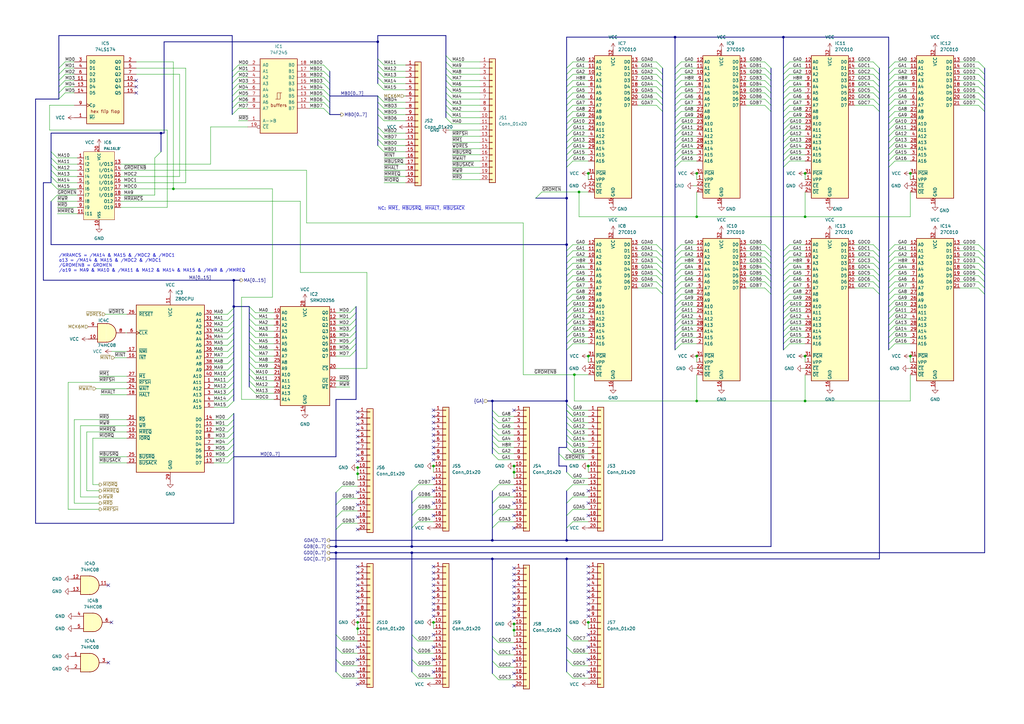
<source format=kicad_sch>
(kicad_sch (version 20230121) (generator eeschema)
  (paper "A3")
  (title_block (title "The NewZealand Story - P0-043A") (date "2022-11-16") (company "Ulf Skutnabba, twitter @skutis77"))
  (junction (at 285.75 164.465))
  (junction (at 330.2 146.05))
  (junction (at 285.75 88.9))
  (junction (at 177.8 255.27))
  (junction (at 373.38 71.12))
  (junction (at 146.685 257.81))
  (junction (at 210.82 191.135))
  (junction (at 66.04 54.61))
  (junction (at 210.82 255.905))
  (junction (at 285.75 71.12))
  (junction (at 373.38 146.05))
  (junction (at 232.41 164.465))
  (junction (at 201.93 221.615))
  (junction (at 276.86 15.24))
  (junction (at 137.795 224.155))
  (junction (at 330.2 71.12))
  (junction (at 330.2 88.9))
  (junction (at 71.12 77.47))
  (junction (at 146.685 194.31))
  (junction (at 146.685 191.77))
  (junction (at 137.795 226.695))
  (junction (at 232.41 100.33))
  (junction (at 330.2 164.465))
  (junction (at 95.885 114.935))
  (junction (at 241.3 71.12))
  (junction (at 146.685 255.27))
  (junction (at 168.91 226.695))
  (junction (at 241.3 146.05))
  (junction (at 201.93 229.235))
  (junction (at 154.94 17.145))
  (junction (at 201.93 164.465))
  (junction (at 210.82 258.445))
  (junction (at 285.75 146.05))
  (junction (at 232.41 221.615))
  (junction (at 237.49 78.74))
  (junction (at 232.41 229.235))
  (junction (at 321.31 15.24))
  (junction (at 241.3 191.135))
  (junction (at 95.885 125.73))
  (junction (at 241.3 255.27))
  (junction (at 177.8 191.135))
  (junction (at 168.91 224.155))
  (junction (at 210.82 193.675))
  (junction (at 232.41 81.28))
  (junction (at 235.585 153.67))
  (no_connect (at 241.3 237.49))
  (no_connect (at 146.685 217.17))
  (no_connect (at 146.685 201.93))
  (no_connect (at 177.8 234.95))
  (no_connect (at 177.8 275.59))
  (no_connect (at 177.8 188.595))
  (no_connect (at 146.685 181.61))
  (no_connect (at 210.82 253.365))
  (no_connect (at 210.82 233.045))
  (no_connect (at 210.82 245.745))
  (no_connect (at 177.8 206.375))
  (no_connect (at 241.3 247.65))
  (no_connect (at 210.82 266.065))
  (no_connect (at 55.88 33.02))
  (no_connect (at 210.82 235.585))
  (no_connect (at 146.685 275.59))
  (no_connect (at 210.82 243.205))
  (no_connect (at 177.8 265.43))
  (no_connect (at 146.685 207.01))
  (no_connect (at 210.82 276.225))
  (no_connect (at 146.685 280.67))
  (no_connect (at 44.45 271.78))
  (no_connect (at 177.8 186.055))
  (no_connect (at 177.8 237.49))
  (no_connect (at 146.685 237.49))
  (no_connect (at 146.685 186.69))
  (no_connect (at 146.685 189.23))
  (no_connect (at 241.3 232.41))
  (no_connect (at 45.72 255.27))
  (no_connect (at 177.8 168.275))
  (no_connect (at 210.82 281.305))
  (no_connect (at 146.685 184.15))
  (no_connect (at 241.3 201.295))
  (no_connect (at 241.3 206.375))
  (no_connect (at 177.8 247.65))
  (no_connect (at 177.8 201.295))
  (no_connect (at 177.8 270.51))
  (no_connect (at 177.8 245.11))
  (no_connect (at 210.82 206.375))
  (no_connect (at 210.82 168.275))
  (no_connect (at 177.8 250.19))
  (no_connect (at 241.3 242.57))
  (no_connect (at 146.685 270.51))
  (no_connect (at 177.8 170.815))
  (no_connect (at 210.82 211.455))
  (no_connect (at 210.82 216.535))
  (no_connect (at 44.45 240.03))
  (no_connect (at 177.8 252.73))
  (no_connect (at 177.8 175.895))
  (no_connect (at 177.8 196.215))
  (no_connect (at 146.685 232.41))
  (no_connect (at 146.685 265.43))
  (no_connect (at 241.3 252.73))
  (no_connect (at 210.82 240.665))
  (no_connect (at 177.8 178.435))
  (no_connect (at 146.685 252.73))
  (no_connect (at 146.685 173.99))
  (no_connect (at 146.685 168.91))
  (no_connect (at 146.685 171.45))
  (no_connect (at 177.8 242.57))
  (no_connect (at 210.82 238.125))
  (no_connect (at 177.8 183.515))
  (no_connect (at 146.685 242.57))
  (no_connect (at 146.685 176.53))
  (no_connect (at 55.88 35.56))
  (no_connect (at 241.3 245.11))
  (no_connect (at 241.3 240.03))
  (no_connect (at 177.8 173.355))
  (no_connect (at 210.82 248.285))
  (no_connect (at 146.685 179.07))
  (no_connect (at 146.685 234.95))
  (no_connect (at 241.3 265.43))
  (no_connect (at 241.3 211.455))
  (no_connect (at 241.3 250.19))
  (no_connect (at 146.685 212.09))
  (no_connect (at 146.685 250.19))
  (no_connect (at 55.88 38.1))
  (no_connect (at 241.3 260.35))
  (no_connect (at 241.3 275.59))
  (no_connect (at 241.3 270.51))
  (no_connect (at 177.8 240.03))
  (no_connect (at 210.82 271.145))
  (no_connect (at 146.685 245.11))
  (no_connect (at 210.82 201.295))
  (no_connect (at 177.8 211.455))
  (no_connect (at 177.8 260.35))
  (no_connect (at 177.8 232.41))
  (no_connect (at 146.685 247.65))
  (no_connect (at 210.82 250.825))
  (no_connect (at 146.685 240.03))
  (no_connect (at 241.3 234.95))
  (no_connect (at 177.8 180.975))
  (bus_entry (at 269.24 113.03) (size 2.54 2.54))
  (bus_entry (at 182.88 25.4) (size 2.54 2.54))
  (bus_entry (at 364.49 115.57) (size 2.54 -2.54))
  (bus_entry (at 168.91 260.35) (size 2.54 2.54))
  (bus_entry (at 232.41 216.535) (size 2.54 -2.54))
  (bus_entry (at 364.49 125.73) (size 2.54 -2.54))
  (bus_entry (at 321.31 107.95) (size 2.54 -2.54))
  (bus_entry (at 358.14 43.18) (size 2.54 2.54))
  (bus_entry (at 93.345 179.705) (size 2.54 -2.54))
  (bus_entry (at 93.345 159.385) (size 2.54 -2.54))
  (bus_entry (at 232.41 178.435) (size 2.54 2.54))
  (bus_entry (at 95.25 44.45) (size 2.54 -2.54))
  (bus_entry (at 276.86 140.97) (size 2.54 -2.54))
  (bus_entry (at 269.24 43.18) (size 2.54 2.54))
  (bus_entry (at 232.41 53.34) (size 2.54 -2.54))
  (bus_entry (at 232.41 115.57) (size 2.54 -2.54))
  (bus_entry (at 232.41 173.355) (size 2.54 2.54))
  (bus_entry (at 182.88 30.48) (size 2.54 2.54))
  (bus_entry (at 232.41 206.375) (size 2.54 -2.54))
  (bus_entry (at 95.25 41.91) (size 2.54 -2.54))
  (bus_entry (at 154.94 39.37) (size 2.54 2.54))
  (bus_entry (at 232.41 45.72) (size 2.54 -2.54))
  (bus_entry (at 232.41 50.8) (size 2.54 -2.54))
  (bus_entry (at 401.32 107.95) (size 2.54 2.54))
  (bus_entry (at 401.32 27.94) (size 2.54 2.54))
  (bus_entry (at 358.14 38.1) (size 2.54 2.54))
  (bus_entry (at 313.69 110.49) (size 2.54 2.54))
  (bus_entry (at 276.86 120.65) (size 2.54 -2.54))
  (bus_entry (at 276.86 35.56) (size 2.54 -2.54))
  (bus_entry (at 321.31 40.64) (size 2.54 -2.54))
  (bus_entry (at 93.345 131.445) (size 2.54 -2.54))
  (bus_entry (at 93.345 136.525) (size 2.54 -2.54))
  (bus_entry (at 364.49 55.88) (size 2.54 -2.54))
  (bus_entry (at 276.86 110.49) (size 2.54 -2.54))
  (bus_entry (at 364.49 135.89) (size 2.54 -2.54))
  (bus_entry (at 102.235 151.13) (size 2.54 2.54))
  (bus_entry (at 364.49 50.8) (size 2.54 -2.54))
  (bus_entry (at 364.49 143.51) (size 2.54 -2.54))
  (bus_entry (at 269.24 110.49) (size 2.54 2.54))
  (bus_entry (at 201.93 170.815) (size 2.54 2.54))
  (bus_entry (at 401.32 30.48) (size 2.54 2.54))
  (bus_entry (at 154.94 44.45) (size 2.54 2.54))
  (bus_entry (at 232.41 107.95) (size 2.54 -2.54))
  (bus_entry (at 232.41 40.64) (size 2.54 -2.54))
  (bus_entry (at 102.235 146.05) (size 2.54 2.54))
  (bus_entry (at 364.49 102.87) (size 2.54 -2.54))
  (bus_entry (at 137.795 207.01) (size 2.54 -2.54))
  (bus_entry (at 232.41 170.815) (size 2.54 2.54))
  (bus_entry (at 232.41 35.56) (size 2.54 -2.54))
  (bus_entry (at 321.31 66.04) (size 2.54 -2.54))
  (bus_entry (at 232.41 201.295) (size 2.54 -2.54))
  (bus_entry (at 364.49 138.43) (size 2.54 -2.54))
  (bus_entry (at 358.14 100.33) (size 2.54 2.54))
  (bus_entry (at 154.94 54.61) (size 2.54 2.54))
  (bus_entry (at 24.13 35.56) (size 2.54 -2.54))
  (bus_entry (at 93.345 189.865) (size 2.54 -2.54))
  (bus_entry (at 232.41 43.18) (size 2.54 -2.54))
  (bus_entry (at 364.49 110.49) (size 2.54 -2.54))
  (bus_entry (at 232.41 265.43) (size 2.54 2.54))
  (bus_entry (at 232.41 260.35) (size 2.54 2.54))
  (bus_entry (at 232.41 270.51) (size 2.54 2.54))
  (bus_entry (at 232.41 275.59) (size 2.54 2.54))
  (bus_entry (at 132.715 41.91) (size 2.54 2.54))
  (bus_entry (at 232.41 123.19) (size 2.54 -2.54))
  (bus_entry (at 132.715 26.67) (size 2.54 2.54))
  (bus_entry (at 401.32 113.03) (size 2.54 2.54))
  (bus_entry (at 401.32 105.41) (size 2.54 2.54))
  (bus_entry (at 154.94 24.13) (size 2.54 2.54))
  (bus_entry (at 269.24 40.64) (size 2.54 2.54))
  (bus_entry (at 132.715 36.83) (size 2.54 2.54))
  (bus_entry (at 358.14 110.49) (size 2.54 2.54))
  (bus_entry (at 201.93 276.225) (size 2.54 2.54))
  (bus_entry (at 313.69 113.03) (size 2.54 2.54))
  (bus_entry (at 321.31 113.03) (size 2.54 -2.54))
  (bus_entry (at 364.49 128.27) (size 2.54 -2.54))
  (bus_entry (at 276.86 50.8) (size 2.54 -2.54))
  (bus_entry (at 201.93 178.435) (size 2.54 2.54))
  (bus_entry (at 93.345 156.845) (size 2.54 -2.54))
  (bus_entry (at 232.41 193.675) (size 2.54 2.54))
  (bus_entry (at 401.32 33.02) (size 2.54 2.54))
  (bus_entry (at 137.795 260.35) (size 2.54 2.54))
  (bus_entry (at 154.94 59.69) (size 2.54 2.54))
  (bus_entry (at 232.41 165.735) (size 2.54 2.54))
  (bus_entry (at 321.31 30.48) (size 2.54 -2.54))
  (bus_entry (at 276.86 55.88) (size 2.54 -2.54))
  (bus_entry (at 154.94 41.91) (size 2.54 2.54))
  (bus_entry (at 401.32 115.57) (size 2.54 2.54))
  (bus_entry (at 232.41 66.04) (size 2.54 -2.54))
  (bus_entry (at 201.93 173.355) (size 2.54 2.54))
  (bus_entry (at 401.32 43.18) (size 2.54 2.54))
  (bus_entry (at 232.41 68.58) (size 2.54 -2.54))
  (bus_entry (at 364.49 107.95) (size 2.54 -2.54))
  (bus_entry (at 276.86 115.57) (size 2.54 -2.54))
  (bus_entry (at 154.94 34.29) (size 2.54 2.54))
  (bus_entry (at 321.31 53.34) (size 2.54 -2.54))
  (bus_entry (at 201.93 186.055) (size 2.54 2.54))
  (bus_entry (at 321.31 60.96) (size 2.54 -2.54))
  (bus_entry (at 313.69 118.11) (size 2.54 2.54))
  (bus_entry (at 232.41 60.96) (size 2.54 -2.54))
  (bus_entry (at 276.86 53.34) (size 2.54 -2.54))
  (bus_entry (at 401.32 35.56) (size 2.54 2.54))
  (bus_entry (at 269.24 102.87) (size 2.54 2.54))
  (bus_entry (at 321.31 135.89) (size 2.54 -2.54))
  (bus_entry (at 401.32 118.11) (size 2.54 2.54))
  (bus_entry (at 232.41 138.43) (size 2.54 -2.54))
  (bus_entry (at 321.31 133.35) (size 2.54 -2.54))
  (bus_entry (at 364.49 53.34) (size 2.54 -2.54))
  (bus_entry (at 95.25 36.83) (size 2.54 -2.54))
  (bus_entry (at 102.235 128.27) (size 2.54 2.54))
  (bus_entry (at 232.41 48.26) (size 2.54 -2.54))
  (bus_entry (at 364.49 66.04) (size 2.54 -2.54))
  (bus_entry (at 219.71 81.28) (size 2.54 -2.54))
  (bus_entry (at 276.86 102.87) (size 2.54 -2.54))
  (bus_entry (at 201.93 260.985) (size 2.54 2.54))
  (bus_entry (at 364.49 38.1) (size 2.54 -2.54))
  (bus_entry (at 358.14 30.48) (size 2.54 2.54))
  (bus_entry (at 269.24 25.4) (size 2.54 2.54))
  (bus_entry (at 93.345 151.765) (size 2.54 -2.54))
  (bus_entry (at 276.86 60.96) (size 2.54 -2.54))
  (bus_entry (at 321.31 140.97) (size 2.54 -2.54))
  (bus_entry (at 93.345 174.625) (size 2.54 -2.54))
  (bus_entry (at 401.32 102.87) (size 2.54 2.54))
  (bus_entry (at 102.235 158.75) (size 2.54 2.54))
  (bus_entry (at 321.31 143.51) (size 2.54 -2.54))
  (bus_entry (at 232.41 30.48) (size 2.54 -2.54))
  (bus_entry (at 276.86 118.11) (size 2.54 -2.54))
  (bus_entry (at 364.49 68.58) (size 2.54 -2.54))
  (bus_entry (at 276.86 107.95) (size 2.54 -2.54))
  (bus_entry (at 232.41 168.275) (size 2.54 2.54))
  (bus_entry (at 276.86 125.73) (size 2.54 -2.54))
  (bus_entry (at 182.88 33.02) (size 2.54 2.54))
  (bus_entry (at 276.86 128.27) (size 2.54 -2.54))
  (bus_entry (at 201.93 180.975) (size 2.54 2.54))
  (bus_entry (at 321.31 120.65) (size 2.54 -2.54))
  (bus_entry (at 364.49 45.72) (size 2.54 -2.54))
  (bus_entry (at 232.41 130.81) (size 2.54 -2.54))
  (bus_entry (at 313.69 38.1) (size 2.54 2.54))
  (bus_entry (at 358.14 107.95) (size 2.54 2.54))
  (bus_entry (at 276.86 27.94) (size 2.54 -2.54))
  (bus_entry (at 276.86 38.1) (size 2.54 -2.54))
  (bus_entry (at 364.49 133.35) (size 2.54 -2.54))
  (bus_entry (at 93.345 172.085) (size 2.54 -2.54))
  (bus_entry (at 401.32 100.33) (size 2.54 2.54))
  (bus_entry (at 132.715 39.37) (size 2.54 2.54))
  (bus_entry (at 93.345 141.605) (size 2.54 -2.54))
  (bus_entry (at 143.51 128.27) (size 2.54 -2.54))
  (bus_entry (at 276.86 113.03) (size 2.54 -2.54))
  (bus_entry (at 321.31 63.5) (size 2.54 -2.54))
  (bus_entry (at 276.86 58.42) (size 2.54 -2.54))
  (bus_entry (at 358.14 118.11) (size 2.54 2.54))
  (bus_entry (at 232.41 27.94) (size 2.54 -2.54))
  (bus_entry (at 20.955 69.85) (size 2.54 2.54))
  (bus_entry (at 358.14 27.94) (size 2.54 2.54))
  (bus_entry (at 102.235 125.73) (size 2.54 2.54))
  (bus_entry (at 182.88 22.86) (size 2.54 2.54))
  (bus_entry (at 276.86 33.02) (size 2.54 -2.54))
  (bus_entry (at 232.41 33.02) (size 2.54 -2.54))
  (bus_entry (at 276.86 48.26) (size 2.54 -2.54))
  (bus_entry (at 143.51 146.05) (size 2.54 -2.54))
  (bus_entry (at 401.32 25.4) (size 2.54 2.54))
  (bus_entry (at 93.345 187.325) (size 2.54 -2.54))
  (bus_entry (at 182.88 27.94) (size 2.54 2.54))
  (bus_entry (at 364.49 123.19) (size 2.54 -2.54))
  (bus_entry (at 321.31 105.41) (size 2.54 -2.54))
  (bus_entry (at 321.31 50.8) (size 2.54 -2.54))
  (bus_entry (at 132.715 29.21) (size 2.54 2.54))
  (bus_entry (at 276.86 30.48) (size 2.54 -2.54))
  (bus_entry (at 313.69 27.94) (size 2.54 2.54))
  (bus_entry (at 102.235 138.43) (size 2.54 2.54))
  (bus_entry (at 102.235 135.89) (size 2.54 2.54))
  (bus_entry (at 232.41 113.03) (size 2.54 -2.54))
  (bus_entry (at 364.49 120.65) (size 2.54 -2.54))
  (bus_entry (at 321.31 38.1) (size 2.54 -2.54))
  (bus_entry (at 102.235 140.97) (size 2.54 2.54))
  (bus_entry (at 276.86 40.64) (size 2.54 -2.54))
  (bus_entry (at 321.31 128.27) (size 2.54 -2.54))
  (bus_entry (at 182.88 35.56) (size 2.54 2.54))
  (bus_entry (at 95.25 39.37) (size 2.54 -2.54))
  (bus_entry (at 321.31 123.19) (size 2.54 -2.54))
  (bus_entry (at 358.14 25.4) (size 2.54 2.54))
  (bus_entry (at 321.31 55.88) (size 2.54 -2.54))
  (bus_entry (at 93.345 146.685) (size 2.54 -2.54))
  (bus_entry (at 93.345 167.005) (size 2.54 -2.54))
  (bus_entry (at 364.49 63.5) (size 2.54 -2.54))
  (bus_entry (at 20.955 82.55) (size 2.54 -2.54))
  (bus_entry (at 321.31 27.94) (size 2.54 -2.54))
  (bus_entry (at 364.49 130.81) (size 2.54 -2.54))
  (bus_entry (at 276.86 63.5) (size 2.54 -2.54))
  (bus_entry (at 232.41 211.455) (size 2.54 -2.54))
  (bus_entry (at 93.345 177.165) (size 2.54 -2.54))
  (bus_entry (at 313.69 35.56) (size 2.54 2.54))
  (bus_entry (at 313.69 100.33) (size 2.54 2.54))
  (bus_entry (at 269.24 105.41) (size 2.54 2.54))
  (bus_entry (at 276.86 135.89) (size 2.54 -2.54))
  (bus_entry (at 201.93 168.275) (size 2.54 2.54))
  (bus_entry (at 93.345 133.985) (size 2.54 -2.54))
  (bus_entry (at 132.715 34.29) (size 2.54 2.54))
  (bus_entry (at 232.41 175.895) (size 2.54 2.54))
  (bus_entry (at 232.41 143.51) (size 2.54 -2.54))
  (bus_entry (at 154.94 26.67) (size 2.54 2.54))
  (bus_entry (at 20.955 72.39) (size 2.54 2.54))
  (bus_entry (at 358.14 40.64) (size 2.54 2.54))
  (bus_entry (at 102.235 148.59) (size 2.54 2.54))
  (bus_entry (at 232.41 135.89) (size 2.54 -2.54))
  (bus_entry (at 63.5 64.77) (size 2.54 -2.54))
  (bus_entry (at 154.94 46.99) (size 2.54 2.54))
  (bus_entry (at 321.31 58.42) (size 2.54 -2.54))
  (bus_entry (at 168.91 206.375) (size 2.54 -2.54))
  (bus_entry (at 364.49 118.11) (size 2.54 -2.54))
  (bus_entry (at 102.235 153.67) (size 2.54 2.54))
  (bus_entry (at 364.49 43.18) (size 2.54 -2.54))
  (bus_entry (at 364.49 58.42) (size 2.54 -2.54))
  (bus_entry (at 364.49 48.26) (size 2.54 -2.54))
  (bus_entry (at 143.51 130.81) (size 2.54 -2.54))
  (bus_entry (at 137.795 212.09) (size 2.54 -2.54))
  (bus_entry (at 20.955 64.77) (size 2.54 2.54))
  (bus_entry (at 321.31 102.87) (size 2.54 -2.54))
  (bus_entry (at 168.91 270.51) (size 2.54 2.54))
  (bus_entry (at 313.69 105.41) (size 2.54 2.54))
  (bus_entry (at 95.25 34.29) (size 2.54 -2.54))
  (bus_entry (at 102.235 133.35) (size 2.54 2.54))
  (bus_entry (at 182.88 38.1) (size 2.54 2.54))
  (bus_entry (at 168.91 201.295) (size 2.54 -2.54))
  (bus_entry (at 276.86 105.41) (size 2.54 -2.54))
  (bus_entry (at 182.88 48.26) (size 2.54 2.54))
  (bus_entry (at 102.235 130.81) (size 2.54 2.54))
  (bus_entry (at 154.94 57.15) (size 2.54 2.54))
  (bus_entry (at 168.91 265.43) (size 2.54 2.54))
  (bus_entry (at 137.795 275.59) (size 2.54 2.54))
  (bus_entry (at 321.31 115.57) (size 2.54 -2.54))
  (bus_entry (at 201.93 266.065) (size 2.54 2.54))
  (bus_entry (at 313.69 25.4) (size 2.54 2.54))
  (bus_entry (at 95.25 31.75) (size 2.54 -2.54))
  (bus_entry (at 401.32 40.64) (size 2.54 2.54))
  (bus_entry (at 132.715 44.45) (size 2.54 2.54))
  (bus_entry (at 201.93 175.895) (size 2.54 2.54))
  (bus_entry (at 137.795 201.93) (size 2.54 -2.54))
  (bus_entry (at 24.13 33.02) (size 2.54 -2.54))
  (bus_entry (at 364.49 105.41) (size 2.54 -2.54))
  (bus_entry (at 232.41 58.42) (size 2.54 -2.54))
  (bus_entry (at 232.41 55.88) (size 2.54 -2.54))
  (bus_entry (at 364.49 140.97) (size 2.54 -2.54))
  (bus_entry (at 358.14 115.57) (size 2.54 2.54))
  (bus_entry (at 364.49 33.02) (size 2.54 -2.54))
  (bus_entry (at 93.345 149.225) (size 2.54 -2.54))
  (bus_entry (at 102.235 143.51) (size 2.54 2.54))
  (bus_entry (at 93.345 128.905) (size 2.54 -2.54))
  (bus_entry (at 143.51 143.51) (size 2.54 -2.54))
  (bus_entry (at 93.345 144.145) (size 2.54 -2.54))
  (bus_entry (at 269.24 118.11) (size 2.54 2.54))
  (bus_entry (at 201.93 201.295) (size 2.54 -2.54))
  (bus_entry (at 269.24 107.95) (size 2.54 2.54))
  (bus_entry (at 24.13 30.48) (size 2.54 -2.54))
  (bus_entry (at 182.88 45.72) (size 2.54 2.54))
  (bus_entry (at 93.345 154.305) (size 2.54 -2.54))
  (bus_entry (at 364.49 27.94) (size 2.54 -2.54))
  (bus_entry (at 276.86 66.04) (size 2.54 -2.54))
  (bus_entry (at 201.93 206.375) (size 2.54 -2.54))
  (bus_entry (at 232.41 102.87) (size 2.54 -2.54))
  (bus_entry (at 143.51 140.97) (size 2.54 -2.54))
  (bus_entry (at 95.25 29.21) (size 2.54 -2.54))
  (bus_entry (at 232.41 140.97) (size 2.54 -2.54))
  (bus_entry (at 24.13 27.94) (size 2.54 -2.54))
  (bus_entry (at 276.86 68.58) (size 2.54 -2.54))
  (bus_entry (at 321.31 68.58) (size 2.54 -2.54))
  (bus_entry (at 321.31 130.81) (size 2.54 -2.54))
  (bus_entry (at 132.715 31.75) (size 2.54 2.54))
  (bus_entry (at 313.69 33.02) (size 2.54 2.54))
  (bus_entry (at 358.14 105.41) (size 2.54 2.54))
  (bus_entry (at 269.24 33.02) (size 2.54 2.54))
  (bus_entry (at 93.345 161.925) (size 2.54 -2.54))
  (bus_entry (at 232.41 128.27) (size 2.54 -2.54))
  (bus_entry (at 229.235 186.055) (size 2.54 2.54))
  (bus_entry (at 276.86 143.51) (size 2.54 -2.54))
  (bus_entry (at 154.94 52.07) (size 2.54 2.54))
  (bus_entry (at 201.93 271.145) (size 2.54 2.54))
  (bus_entry (at 182.88 43.18) (size 2.54 2.54))
  (bus_entry (at 321.31 35.56) (size 2.54 -2.54))
  (bus_entry (at 269.24 115.57) (size 2.54 2.54))
  (bus_entry (at 232.41 180.975) (size 2.54 2.54))
  (bus_entry (at 232.41 105.41) (size 2.54 -2.54))
  (bus_entry (at 93.345 184.785) (size 2.54 -2.54))
  (bus_entry (at 358.14 35.56) (size 2.54 2.54))
  (bus_entry (at 364.49 35.56) (size 2.54 -2.54))
  (bus_entry (at 232.41 63.5) (size 2.54 -2.54))
  (bus_entry (at 102.235 156.21) (size 2.54 2.54))
  (bus_entry (at 321.31 33.02) (size 2.54 -2.54))
  (bus_entry (at 143.51 135.89) (size 2.54 -2.54))
  (bus_entry (at 232.41 38.1) (size 2.54 -2.54))
  (bus_entry (at 269.24 35.56) (size 2.54 2.54))
  (bus_entry (at 313.69 107.95) (size 2.54 2.54))
  (bus_entry (at 143.51 133.35) (size 2.54 -2.54))
  (bus_entry (at 358.14 33.02) (size 2.54 2.54))
  (bus_entry (at 154.94 29.21) (size 2.54 2.54))
  (bus_entry (at 95.25 46.99) (size 2.54 -2.54))
  (bus_entry (at 201.93 211.455) (size 2.54 -2.54))
  (bus_entry (at 276.86 130.81) (size 2.54 -2.54))
  (bus_entry (at 93.345 139.065) (size 2.54 -2.54))
  (bus_entry (at 313.69 115.57) (size 2.54 2.54))
  (bus_entry (at 143.51 138.43) (size 2.54 -2.54))
  (bus_entry (at 232.41 183.515) (size 2.54 2.54))
  (bus_entry (at 20.955 62.23) (size 2.54 2.54))
  (bus_entry (at 20.955 74.93) (size 2.54 2.54))
  (bus_entry (at 137.795 217.17) (size 2.54 -2.54))
  (bus_entry (at 401.32 38.1) (size 2.54 2.54))
  (bus_entry (at 24.13 40.64) (size 2.54 -2.54))
  (bus_entry (at 269.24 30.48) (size 2.54 2.54))
  (bus_entry (at 232.41 110.49) (size 2.54 -2.54))
  (bus_entry (at 232.41 168.275) (size 2.54 2.54))
  (bus_entry (at 364.49 113.03) (size 2.54 -2.54))
  (bus_entry (at 232.41 125.73) (size 2.54 -2.54))
  (bus_entry (at 93.345 182.245) (size 2.54 -2.54))
  (bus_entry (at 269.24 38.1) (size 2.54 2.54))
  (bus_entry (at 276.86 45.72) (size 2.54 -2.54))
  (bus_entry (at 364.49 60.96) (size 2.54 -2.54))
  (bus_entry (at 321.31 48.26) (size 2.54 -2.54))
  (bus_entry (at 321.31 45.72) (size 2.54 -2.54))
  (bus_entry (at 364.49 40.64) (size 2.54 -2.54))
  (bus_entry (at 137.795 270.51) (size 2.54 2.54))
  (bus_entry (at 321.31 110.49) (size 2.54 -2.54))
  (bus_entry (at 168.91 216.535) (size 2.54 -2.54))
  (bus_entry (at 321.31 118.11) (size 2.54 -2.54))
  (bus_entry (at 232.41 118.11) (size 2.54 -2.54))
  (bus_entry (at 358.14 113.03) (size 2.54 2.54))
  (bus_entry (at 168.91 275.59) (size 2.54 2.54))
  (bus_entry (at 168.91 211.455) (size 2.54 -2.54))
  (bus_entry (at 269.24 27.94) (size 2.54 2.54))
  (bus_entry (at 154.94 31.75) (size 2.54 2.54))
  (bus_entry (at 137.795 265.43) (size 2.54 2.54))
  (bus_entry (at 269.24 100.33) (size 2.54 2.54))
  (bus_entry (at 93.345 164.465) (size 2.54 -2.54))
  (bus_entry (at 276.86 138.43) (size 2.54 -2.54))
  (bus_entry (at 276.86 43.18) (size 2.54 -2.54))
  (bus_entry (at 24.13 38.1) (size 2.54 -2.54))
  (bus_entry (at 364.49 30.48) (size 2.54 -2.54))
  (bus_entry (at 401.32 110.49) (size 2.54 2.54))
  (bus_entry (at 232.41 120.65) (size 2.54 -2.54))
  (bus_entry (at 276.86 133.35) (size 2.54 -2.54))
  (bus_entry (at 20.955 67.31) (size 2.54 2.54))
  (bus_entry (at 201.93 216.535) (size 2.54 -2.54))
  (bus_entry (at 313.69 40.64) (size 2.54 2.54))
  (bus_entry (at 313.69 30.48) (size 2.54 2.54))
  (bus_entry (at 182.88 40.64) (size 2.54 2.54))
  (bus_entry (at 313.69 102.87) (size 2.54 2.54))
  (bus_entry (at 321.31 125.73) (size 2.54 -2.54))
  (bus_entry (at 232.41 133.35) (size 2.54 -2.54))
  (bus_entry (at 313.69 43.18) (size 2.54 2.54))
  (bus_entry (at 358.14 102.87) (size 2.54 2.54))
  (bus_entry (at 201.93 183.515) (size 2.54 2.54))
  (bus_entry (at 321.31 138.43) (size 2.54 -2.54))
  (bus_entry (at 321.31 43.18) (size 2.54 -2.54))
  (bus_entry (at 276.86 123.19) (size 2.54 -2.54))
  (wire (pts (xy 63.5 80.01) (xy 63.5 64.77)))
  (wire (pts (xy 234.95 175.895) (xy 241.3 175.895)))
  (bus (pts (xy 201.93 216.535) (xy 201.93 221.615)))
  (wire (pts (xy 137.795 156.21) (xy 143.51 156.21)))
  (wire (pts (xy 234.95 30.48) (xy 241.3 30.48)))
  (wire (pts (xy 137.795 140.97) (xy 143.51 140.97)))
  (wire (pts (xy 185.42 66.04) (xy 196.85 66.04)))
  (wire (pts (xy 393.7 102.87) (xy 401.32 102.87)))
  (bus (pts (xy 403.86 38.1) (xy 403.86 40.64)))
  (wire (pts (xy 87.63 154.305) (xy 93.345 154.305)))
  (bus (pts (xy 276.86 68.58) (xy 276.86 102.87)))
  (bus (pts (xy 316.23 107.95) (xy 316.23 110.49)))
  (wire (pts (xy 350.52 30.48) (xy 358.14 30.48)))
  (wire (pts (xy 306.07 110.49) (xy 313.69 110.49)))
  (wire (pts (xy 210.82 255.905) (xy 210.82 258.445)))
  (bus (pts (xy 276.86 128.27) (xy 276.86 130.81)))
  (wire (pts (xy 306.07 25.4) (xy 313.69 25.4)))
  (bus (pts (xy 321.31 102.87) (xy 321.31 105.41)))
  (bus (pts (xy 137.795 224.155) (xy 168.91 224.155)))
  (wire (pts (xy 185.42 73.66) (xy 196.85 73.66)))
  (bus (pts (xy 232.41 125.73) (xy 232.41 128.27)))
  (wire (pts (xy 49.53 74.93) (xy 76.2 74.93)))
  (bus (pts (xy 20.955 54.61) (xy 20.955 62.23)))
  (bus (pts (xy 232.41 68.58) (xy 232.41 81.28)))
  (wire (pts (xy 279.4 123.19) (xy 285.75 123.19)))
  (wire (pts (xy 157.48 34.29) (xy 166.37 34.29)))
  (wire (pts (xy 234.95 33.02) (xy 241.3 33.02)))
  (bus (pts (xy 154.94 41.91) (xy 154.94 39.37)))
  (wire (pts (xy 323.85 110.49) (xy 330.2 110.49)))
  (wire (pts (xy 323.85 60.96) (xy 330.2 60.96)))
  (bus (pts (xy 271.78 33.02) (xy 271.78 35.56)))
  (wire (pts (xy 393.7 38.1) (xy 401.32 38.1)))
  (bus (pts (xy 154.94 52.07) (xy 154.94 46.99)))
  (bus (pts (xy 232.41 173.355) (xy 232.41 175.895)))
  (bus (pts (xy 321.31 125.73) (xy 321.31 128.27)))
  (wire (pts (xy 367.03 128.27) (xy 373.38 128.27)))
  (wire (pts (xy 234.95 58.42) (xy 241.3 58.42)))
  (wire (pts (xy 323.85 140.97) (xy 330.2 140.97)))
  (bus (pts (xy 364.49 140.97) (xy 364.49 143.51)))
  (bus (pts (xy 232.41 66.04) (xy 232.41 68.58)))
  (bus (pts (xy 276.86 33.02) (xy 276.86 35.56)))
  (bus (pts (xy 66.04 54.61) (xy 66.04 62.23)))
  (wire (pts (xy 393.7 107.95) (xy 401.32 107.95)))
  (wire (pts (xy 49.53 77.47) (xy 71.12 77.47)))
  (bus (pts (xy 364.49 107.95) (xy 364.49 110.49)))
  (wire (pts (xy 140.335 209.55) (xy 146.685 209.55)))
  (wire (pts (xy 204.47 203.835) (xy 210.82 203.835)))
  (bus (pts (xy 201.93 271.145) (xy 201.93 276.225)))
  (bus (pts (xy 146.05 163.83) (xy 137.795 163.83)))
  (wire (pts (xy 323.85 113.03) (xy 330.2 113.03)))
  (bus (pts (xy 95.885 114.935) (xy 98.425 114.935)))
  (bus (pts (xy 67.31 54.61) (xy 67.31 17.145)))
  (wire (pts (xy 137.795 143.51) (xy 143.51 143.51)))
  (bus (pts (xy 316.23 110.49) (xy 316.23 113.03)))
  (wire (pts (xy 234.95 135.89) (xy 241.3 135.89)))
  (bus (pts (xy 321.31 66.04) (xy 321.31 68.58)))
  (bus (pts (xy 360.68 113.03) (xy 360.68 115.57)))
  (bus (pts (xy 364.49 68.58) (xy 364.49 102.87)))
  (bus (pts (xy 102.235 151.13) (xy 102.235 153.67)))
  (bus (pts (xy 17.78 74.93) (xy 20.955 74.93)))
  (bus (pts (xy 95.885 151.765) (xy 95.885 149.225)))
  (bus (pts (xy 316.23 120.65) (xy 316.23 224.155)))
  (wire (pts (xy 165.735 39.37) (xy 166.37 39.37)))
  (wire (pts (xy 350.52 25.4) (xy 358.14 25.4)))
  (wire (pts (xy 323.85 115.57) (xy 330.2 115.57)))
  (bus (pts (xy 403.86 45.72) (xy 403.86 102.87)))
  (bus (pts (xy 321.31 30.48) (xy 321.31 33.02)))
  (wire (pts (xy 43.18 128.905) (xy 52.07 128.905)))
  (wire (pts (xy 146.685 194.31) (xy 146.685 196.85)))
  (bus (pts (xy 276.86 102.87) (xy 276.86 105.41)))
  (wire (pts (xy 87.63 167.005) (xy 93.345 167.005)))
  (wire (pts (xy 204.47 183.515) (xy 210.82 183.515)))
  (wire (pts (xy 373.38 71.12) (xy 373.38 73.66)))
  (bus (pts (xy 403.86 30.48) (xy 403.86 33.02)))
  (bus (pts (xy 316.23 43.18) (xy 316.23 45.72)))
  (bus (pts (xy 360.68 110.49) (xy 360.68 113.03)))
  (wire (pts (xy 76.2 27.94) (xy 76.2 74.93)))
  (wire (pts (xy 140.335 278.13) (xy 146.685 278.13)))
  (wire (pts (xy 285.75 164.465) (xy 285.75 153.67)))
  (bus (pts (xy 232.41 211.455) (xy 232.41 216.535)))
  (bus (pts (xy 271.78 110.49) (xy 271.78 113.03)))
  (bus (pts (xy 146.05 125.73) (xy 146.05 128.27)))
  (wire (pts (xy 279.4 125.73) (xy 285.75 125.73)))
  (wire (pts (xy 185.42 27.94) (xy 196.85 27.94)))
  (bus (pts (xy 321.31 123.19) (xy 321.31 125.73)))
  (bus (pts (xy 271.78 107.95) (xy 271.78 110.49)))
  (wire (pts (xy 184.15 53.34) (xy 196.85 53.34)))
  (bus (pts (xy 102.235 130.81) (xy 102.235 133.35)))
  (bus (pts (xy 364.49 30.48) (xy 364.49 33.02)))
  (wire (pts (xy 125.73 69.85) (xy 125.73 91.44)))
  (wire (pts (xy 146.685 255.27) (xy 146.685 257.81)))
  (wire (pts (xy 285.75 88.9) (xy 330.2 88.9)))
  (bus (pts (xy 321.31 15.24) (xy 364.49 15.24)))
  (bus (pts (xy 321.31 120.65) (xy 321.31 123.19)))
  (wire (pts (xy 87.63 131.445) (xy 93.345 131.445)))
  (wire (pts (xy 157.48 36.83) (xy 166.37 36.83)))
  (bus (pts (xy 182.88 30.48) (xy 182.88 27.94)))
  (wire (pts (xy 330.2 88.9) (xy 373.38 88.9)))
  (wire (pts (xy 237.49 78.74) (xy 241.3 78.74)))
  (wire (pts (xy 373.38 88.9) (xy 373.38 78.74)))
  (wire (pts (xy 127 44.45) (xy 132.715 44.45)))
  (wire (pts (xy 87.63 182.245) (xy 93.345 182.245)))
  (wire (pts (xy 285.75 71.12) (xy 285.75 73.66)))
  (bus (pts (xy 232.41 53.34) (xy 232.41 55.88)))
  (wire (pts (xy 323.85 120.65) (xy 330.2 120.65)))
  (bus (pts (xy 95.885 182.245) (xy 95.885 184.785)))
  (wire (pts (xy 279.4 140.97) (xy 285.75 140.97)))
  (wire (pts (xy 279.4 33.02) (xy 285.75 33.02)))
  (wire (pts (xy 157.48 67.31) (xy 166.37 67.31)))
  (wire (pts (xy 367.03 50.8) (xy 373.38 50.8)))
  (bus (pts (xy 201.93 260.985) (xy 201.93 266.065)))
  (bus (pts (xy 95.885 133.985) (xy 95.885 131.445)))
  (bus (pts (xy 182.88 45.72) (xy 182.88 43.18)))
  (bus (pts (xy 168.91 201.295) (xy 168.91 206.375)))
  (wire (pts (xy 234.95 60.96) (xy 241.3 60.96)))
  (bus (pts (xy 232.41 38.1) (xy 232.41 40.64)))
  (wire (pts (xy 234.95 120.65) (xy 241.3 120.65)))
  (wire (pts (xy 234.95 43.18) (xy 241.3 43.18)))
  (wire (pts (xy 350.52 40.64) (xy 358.14 40.64)))
  (bus (pts (xy 364.49 53.34) (xy 364.49 55.88)))
  (wire (pts (xy 323.85 40.64) (xy 330.2 40.64)))
  (bus (pts (xy 102.235 133.35) (xy 102.235 135.89)))
  (wire (pts (xy 55.88 30.48) (xy 73.66 30.48)))
  (wire (pts (xy 86.36 52.07) (xy 101.6 52.07)))
  (bus (pts (xy 232.41 118.11) (xy 232.41 120.65)))
  (bus (pts (xy 201.93 221.615) (xy 232.41 221.615)))
  (wire (pts (xy 97.79 26.67) (xy 101.6 26.67)))
  (bus (pts (xy 321.31 43.18) (xy 321.31 45.72)))
  (bus (pts (xy 232.41 178.435) (xy 232.41 180.975)))
  (bus (pts (xy 154.94 46.99) (xy 154.94 44.45)))
  (wire (pts (xy 279.4 53.34) (xy 285.75 53.34)))
  (wire (pts (xy 279.4 35.56) (xy 285.75 35.56)))
  (bus (pts (xy 276.86 113.03) (xy 276.86 115.57)))
  (wire (pts (xy 157.48 44.45) (xy 166.37 44.45)))
  (bus (pts (xy 364.49 35.56) (xy 364.49 38.1)))
  (bus (pts (xy 154.94 26.67) (xy 154.94 24.13)))
  (bus (pts (xy 232.41 110.49) (xy 232.41 113.03)))
  (bus (pts (xy 137.795 207.01) (xy 137.795 212.09)))
  (bus (pts (xy 154.94 57.15) (xy 154.94 54.61)))
  (wire (pts (xy 367.03 110.49) (xy 373.38 110.49)))
  (bus (pts (xy 232.41 138.43) (xy 232.41 140.97)))
  (wire (pts (xy 127 36.83) (xy 132.715 36.83)))
  (bus (pts (xy 403.86 113.03) (xy 403.86 115.57)))
  (bus (pts (xy 364.49 27.94) (xy 364.49 30.48)))
  (bus (pts (xy 219.71 81.28) (xy 232.41 81.28)))
  (bus (pts (xy 360.68 120.65) (xy 360.68 229.235)))
  (bus (pts (xy 95.25 36.83) (xy 95.25 39.37)))
  (wire (pts (xy 330.2 164.465) (xy 373.38 164.465)))
  (bus (pts (xy 24.13 27.94) (xy 24.13 14.605)))
  (bus (pts (xy 229.235 191.135) (xy 232.41 191.135)))
  (wire (pts (xy 367.03 123.19) (xy 373.38 123.19)))
  (bus (pts (xy 95.885 184.785) (xy 95.885 187.325)))
  (wire (pts (xy 323.85 118.11) (xy 330.2 118.11)))
  (wire (pts (xy 350.52 102.87) (xy 358.14 102.87)))
  (bus (pts (xy 201.93 186.055) (xy 201.93 183.515)))
  (wire (pts (xy 104.775 128.27) (xy 112.395 128.27)))
  (wire (pts (xy 86.36 67.31) (xy 86.36 52.07)))
  (wire (pts (xy 185.42 55.88) (xy 196.85 55.88)))
  (wire (pts (xy 393.7 43.18) (xy 401.32 43.18)))
  (wire (pts (xy 234.95 100.33) (xy 241.3 100.33)))
  (wire (pts (xy 87.63 177.165) (xy 93.345 177.165)))
  (bus (pts (xy 95.885 139.065) (xy 95.885 136.525)))
  (wire (pts (xy 323.85 138.43) (xy 330.2 138.43)))
  (bus (pts (xy 403.86 27.94) (xy 403.86 30.48)))
  (wire (pts (xy 372.745 151.13) (xy 373.38 151.13)))
  (wire (pts (xy 137.795 138.43) (xy 143.51 138.43)))
  (bus (pts (xy 276.86 58.42) (xy 276.86 60.96)))
  (wire (pts (xy 55.88 25.4) (xy 71.12 25.4)))
  (bus (pts (xy 135.255 221.615) (xy 201.93 221.615)))
  (bus (pts (xy 271.78 120.65) (xy 271.78 221.615)))
  (bus (pts (xy 360.68 102.87) (xy 360.68 105.41)))
  (wire (pts (xy 125.73 91.44) (xy 214.63 91.44)))
  (wire (pts (xy 49.53 69.85) (xy 125.73 69.85)))
  (wire (pts (xy 185.42 40.64) (xy 196.85 40.64)))
  (wire (pts (xy 127 26.67) (xy 132.715 26.67)))
  (bus (pts (xy 232.41 206.375) (xy 232.41 211.455)))
  (wire (pts (xy 204.47 273.685) (xy 210.82 273.685)))
  (bus (pts (xy 276.86 60.96) (xy 276.86 63.5)))
  (bus (pts (xy 137.795 265.43) (xy 137.795 260.35)))
  (bus (pts (xy 95.885 169.545) (xy 95.885 172.085)))
  (bus (pts (xy 360.68 33.02) (xy 360.68 35.56)))
  (wire (pts (xy 261.62 118.11) (xy 269.24 118.11)))
  (bus (pts (xy 364.49 125.73) (xy 364.49 128.27)))
  (bus (pts (xy 360.68 35.56) (xy 360.68 38.1)))
  (wire (pts (xy 279.4 66.04) (xy 285.75 66.04)))
  (wire (pts (xy 157.48 72.39) (xy 166.37 72.39)))
  (bus (pts (xy 24.13 27.94) (xy 24.13 30.48)))
  (bus (pts (xy 168.91 206.375) (xy 168.91 211.455)))
  (bus (pts (xy 168.91 270.51) (xy 168.91 275.59)))
  (wire (pts (xy 234.95 140.97) (xy 241.3 140.97)))
  (bus (pts (xy 20.955 82.55) (xy 20.955 100.33)))
  (wire (pts (xy 127 41.91) (xy 132.715 41.91)))
  (bus (pts (xy 321.31 38.1) (xy 321.31 40.64)))
  (wire (pts (xy 237.49 78.74) (xy 237.49 88.9)))
  (wire (pts (xy 367.03 130.81) (xy 373.38 130.81)))
  (wire (pts (xy 279.4 118.11) (xy 285.75 118.11)))
  (wire (pts (xy 137.795 158.75) (xy 143.51 158.75)))
  (bus (pts (xy 232.41 270.51) (xy 232.41 275.59)))
  (bus (pts (xy 316.23 118.11) (xy 316.23 120.65)))
  (wire (pts (xy 234.95 55.88) (xy 241.3 55.88)))
  (wire (pts (xy 222.25 78.74) (xy 237.49 78.74)))
  (wire (pts (xy 350.52 33.02) (xy 358.14 33.02)))
  (wire (pts (xy 23.495 67.31) (xy 31.75 67.31)))
  (bus (pts (xy 137.795 163.83) (xy 137.795 187.325)))
  (bus (pts (xy 321.31 68.58) (xy 321.31 102.87)))
  (bus (pts (xy 316.23 30.48) (xy 316.23 33.02)))
  (wire (pts (xy 140.335 204.47) (xy 146.685 204.47)))
  (bus (pts (xy 135.255 36.83) (xy 135.255 39.37)))
  (bus (pts (xy 321.31 63.5) (xy 321.31 66.04)))
  (wire (pts (xy 241.3 71.12) (xy 241.3 73.66)))
  (wire (pts (xy 46.99 146.685) (xy 52.07 146.685)))
  (wire (pts (xy 234.95 180.975) (xy 241.3 180.975)))
  (wire (pts (xy 329.565 151.13) (xy 330.2 151.13)))
  (wire (pts (xy 306.07 105.41) (xy 313.69 105.41)))
  (wire (pts (xy 35.56 201.295) (xy 35.56 177.165)))
  (wire (pts (xy 204.47 170.815) (xy 210.82 170.815)))
  (wire (pts (xy 73.66 30.48) (xy 73.66 72.39)))
  (bus (pts (xy 276.86 123.19) (xy 276.86 125.73)))
  (wire (pts (xy 104.775 133.35) (xy 112.395 133.35)))
  (bus (pts (xy 316.23 40.64) (xy 316.23 43.18)))
  (wire (pts (xy 76.2 27.94) (xy 55.88 27.94)))
  (wire (pts (xy 123.19 82.55) (xy 123.19 111.76)))
  (bus (pts (xy 364.49 15.24) (xy 364.49 27.94)))
  (bus (pts (xy 321.31 58.42) (xy 321.31 60.96)))
  (wire (pts (xy 261.62 102.87) (xy 269.24 102.87)))
  (bus (pts (xy 95.885 114.935) (xy 17.78 114.935)))
  (bus (pts (xy 276.86 15.24) (xy 276.86 27.94)))
  (wire (pts (xy 367.03 53.34) (xy 373.38 53.34)))
  (bus (pts (xy 364.49 45.72) (xy 364.49 48.26)))
  (wire (pts (xy 157.48 59.69) (xy 166.37 59.69)))
  (wire (pts (xy 26.67 27.94) (xy 30.48 27.94)))
  (wire (pts (xy 306.07 33.02) (xy 313.69 33.02)))
  (bus (pts (xy 102.235 140.97) (xy 102.235 143.51)))
  (wire (pts (xy 204.47 213.995) (xy 210.82 213.995)))
  (wire (pts (xy 234.95 196.215) (xy 241.3 196.215)))
  (bus (pts (xy 182.88 35.56) (xy 182.88 33.02)))
  (bus (pts (xy 276.86 105.41) (xy 276.86 107.95)))
  (bus (pts (xy 276.86 120.65) (xy 276.86 123.19)))
  (bus (pts (xy 271.78 30.48) (xy 271.78 33.02)))
  (bus (pts (xy 232.41 128.27) (xy 232.41 130.81)))
  (bus (pts (xy 364.49 115.57) (xy 364.49 118.11)))
  (wire (pts (xy 26.67 25.4) (xy 30.48 25.4)))
  (bus (pts (xy 154.94 31.75) (xy 154.94 29.21)))
  (wire (pts (xy 140.335 273.05) (xy 146.685 273.05)))
  (wire (pts (xy 279.4 128.27) (xy 285.75 128.27)))
  (bus (pts (xy 201.93 201.295) (xy 201.93 206.375)))
  (wire (pts (xy 185.42 43.18) (xy 196.85 43.18)))
  (wire (pts (xy 33.02 203.835) (xy 40.64 203.835)))
  (wire (pts (xy 306.07 113.03) (xy 313.69 113.03)))
  (wire (pts (xy 234.95 102.87) (xy 241.3 102.87)))
  (wire (pts (xy 279.4 113.03) (xy 285.75 113.03)))
  (wire (pts (xy 127 29.21) (xy 132.715 29.21)))
  (bus (pts (xy 232.41 15.24) (xy 276.86 15.24)))
  (bus (pts (xy 95.25 14.605) (xy 95.25 29.21)))
  (bus (pts (xy 232.41 193.675) (xy 232.41 191.135)))
  (wire (pts (xy 140.335 267.97) (xy 146.685 267.97)))
  (wire (pts (xy 52.07 174.625) (xy 33.02 174.625)))
  (wire (pts (xy 367.03 105.41) (xy 373.38 105.41)))
  (bus (pts (xy 232.41 100.33) (xy 232.41 102.87)))
  (wire (pts (xy 279.4 58.42) (xy 285.75 58.42)))
  (wire (pts (xy 393.7 100.33) (xy 401.32 100.33)))
  (bus (pts (xy 135.255 226.695) (xy 137.795 226.695)))
  (wire (pts (xy 235.585 164.465) (xy 285.75 164.465)))
  (bus (pts (xy 364.49 60.96) (xy 364.49 63.5)))
  (wire (pts (xy 323.85 125.73) (xy 330.2 125.73)))
  (wire (pts (xy 23.495 85.09) (xy 31.75 85.09)))
  (bus (pts (xy 95.885 125.73) (xy 102.235 125.73)))
  (bus (pts (xy 20.955 100.33) (xy 232.41 100.33)))
  (wire (pts (xy 27.94 156.845) (xy 27.94 208.915)))
  (bus (pts (xy 276.86 43.18) (xy 276.86 45.72)))
  (bus (pts (xy 232.41 60.96) (xy 232.41 63.5)))
  (wire (pts (xy 51.435 136.525) (xy 52.07 136.525)))
  (bus (pts (xy 135.255 46.99) (xy 139.7 46.99)))
  (wire (pts (xy 279.4 30.48) (xy 285.75 30.48)))
  (wire (pts (xy 157.48 74.93) (xy 166.37 74.93)))
  (wire (pts (xy 279.4 115.57) (xy 285.75 115.57)))
  (wire (pts (xy 127 34.29) (xy 132.715 34.29)))
  (bus (pts (xy 232.41 229.235) (xy 232.41 260.35)))
  (wire (pts (xy 279.4 130.81) (xy 285.75 130.81)))
  (wire (pts (xy 137.795 133.35) (xy 143.51 133.35)))
  (bus (pts (xy 321.31 45.72) (xy 321.31 48.26)))
  (wire (pts (xy 137.795 130.81) (xy 143.51 130.81)))
  (wire (pts (xy 171.45 213.995) (xy 177.8 213.995)))
  (wire (pts (xy 367.03 113.03) (xy 373.38 113.03)))
  (wire (pts (xy 261.62 43.18) (xy 269.24 43.18)))
  (wire (pts (xy 185.42 33.02) (xy 196.85 33.02)))
  (wire (pts (xy 279.4 138.43) (xy 285.75 138.43)))
  (wire (pts (xy 23.495 74.93) (xy 31.75 74.93)))
  (bus (pts (xy 321.31 60.96) (xy 321.31 63.5)))
  (bus (pts (xy 232.41 40.64) (xy 232.41 43.18)))
  (wire (pts (xy 367.03 33.02) (xy 373.38 33.02)))
  (wire (pts (xy 214.63 153.67) (xy 235.585 153.67)))
  (bus (pts (xy 321.31 15.24) (xy 321.31 27.94)))
  (bus (pts (xy 364.49 63.5) (xy 364.49 66.04)))
  (bus (pts (xy 316.23 115.57) (xy 316.23 118.11)))
  (wire (pts (xy 111.76 121.92) (xy 99.06 121.92)))
  (bus (pts (xy 364.49 113.03) (xy 364.49 115.57)))
  (wire (pts (xy 39.37 159.385) (xy 52.07 159.385)))
  (bus (pts (xy 364.49 110.49) (xy 364.49 113.03)))
  (wire (pts (xy 393.7 110.49) (xy 401.32 110.49)))
  (wire (pts (xy 330.2 146.05) (xy 330.2 148.59)))
  (wire (pts (xy 241.3 148.59) (xy 241.3 146.05)))
  (wire (pts (xy 214.63 91.44) (xy 214.63 153.67)))
  (wire (pts (xy 393.7 105.41) (xy 401.32 105.41)))
  (wire (pts (xy 367.03 43.18) (xy 373.38 43.18)))
  (wire (pts (xy 87.63 174.625) (xy 93.345 174.625)))
  (wire (pts (xy 285.75 164.465) (xy 330.2 164.465)))
  (bus (pts (xy 364.49 48.26) (xy 364.49 50.8)))
  (bus (pts (xy 95.885 174.625) (xy 95.885 177.165)))
  (wire (pts (xy 367.03 100.33) (xy 373.38 100.33)))
  (wire (pts (xy 104.775 161.29) (xy 112.395 161.29)))
  (bus (pts (xy 403.86 110.49) (xy 403.86 113.03)))
  (wire (pts (xy 393.7 25.4) (xy 401.32 25.4)))
  (wire (pts (xy 204.47 175.895) (xy 210.82 175.895)))
  (wire (pts (xy 87.63 149.225) (xy 93.345 149.225)))
  (wire (pts (xy 210.82 191.135) (xy 210.82 193.675)))
  (wire (pts (xy 234.95 138.43) (xy 241.3 138.43)))
  (wire (pts (xy 87.63 144.145) (xy 93.345 144.145)))
  (bus (pts (xy 232.41 168.275) (xy 232.41 170.815)))
  (wire (pts (xy 137.795 146.05) (xy 143.51 146.05)))
  (bus (pts (xy 232.41 130.81) (xy 232.41 133.35)))
  (wire (pts (xy 261.62 110.49) (xy 269.24 110.49)))
  (wire (pts (xy 279.4 60.96) (xy 285.75 60.96)))
  (wire (pts (xy 23.495 87.63) (xy 31.75 87.63)))
  (wire (pts (xy 204.47 208.915) (xy 210.82 208.915)))
  (bus (pts (xy 232.41 33.02) (xy 232.41 35.56)))
  (bus (pts (xy 95.885 214.63) (xy 14.605 214.63)))
  (wire (pts (xy 306.07 38.1) (xy 313.69 38.1)))
  (wire (pts (xy 87.63 139.065) (xy 93.345 139.065)))
  (wire (pts (xy 350.52 118.11) (xy 358.14 118.11)))
  (wire (pts (xy 38.1 198.755) (xy 38.1 179.705)))
  (bus (pts (xy 201.93 266.065) (xy 201.93 271.145)))
  (wire (pts (xy 71.12 77.47) (xy 111.76 77.47)))
  (bus (pts (xy 271.78 38.1) (xy 271.78 40.64)))
  (bus (pts (xy 232.41 164.465) (xy 232.41 165.735)))
  (wire (pts (xy 146.685 257.81) (xy 146.685 260.35)))
  (bus (pts (xy 201.93 175.895) (xy 201.93 173.355)))
  (bus (pts (xy 154.94 17.145) (xy 154.94 14.605)))
  (wire (pts (xy 157.48 46.99) (xy 166.37 46.99)))
  (bus (pts (xy 276.86 55.88) (xy 276.86 58.42)))
  (bus (pts (xy 232.41 58.42) (xy 232.41 60.96)))
  (wire (pts (xy 234.95 168.275) (xy 241.3 168.275)))
  (bus (pts (xy 154.94 34.29) (xy 154.94 31.75)))
  (wire (pts (xy 71.12 25.4) (xy 71.12 77.47)))
  (bus (pts (xy 95.885 128.905) (xy 95.885 126.365)))
  (wire (pts (xy 234.95 203.835) (xy 241.3 203.835)))
  (bus (pts (xy 403.86 107.95) (xy 403.86 110.49)))
  (bus (pts (xy 146.05 143.51) (xy 146.05 163.83)))
  (wire (pts (xy 367.03 138.43) (xy 373.38 138.43)))
  (wire (pts (xy 323.85 66.04) (xy 330.2 66.04)))
  (wire (pts (xy 234.95 186.055) (xy 241.3 186.055)))
  (wire (pts (xy 104.775 151.13) (xy 112.395 151.13)))
  (bus (pts (xy 232.41 107.95) (xy 232.41 110.49)))
  (bus (pts (xy 316.23 38.1) (xy 316.23 40.64)))
  (wire (pts (xy 35.56 177.165) (xy 52.07 177.165)))
  (wire (pts (xy 104.775 135.89) (xy 112.395 135.89)))
  (wire (pts (xy 323.85 107.95) (xy 330.2 107.95)))
  (wire (pts (xy 367.03 133.35) (xy 373.38 133.35)))
  (bus (pts (xy 232.41 43.18) (xy 232.41 45.72)))
  (wire (pts (xy 234.95 208.915) (xy 241.3 208.915)))
  (bus (pts (xy 232.41 123.19) (xy 232.41 125.73)))
  (bus (pts (xy 276.86 115.57) (xy 276.86 118.11)))
  (wire (pts (xy 38.1 198.755) (xy 40.64 198.755)))
  (wire (pts (xy 393.7 33.02) (xy 401.32 33.02)))
  (bus (pts (xy 102.235 128.27) (xy 102.235 130.81)))
  (wire (pts (xy 231.775 188.595) (xy 241.3 188.595)))
  (bus (pts (xy 364.49 55.88) (xy 364.49 58.42)))
  (wire (pts (xy 234.95 25.4) (xy 241.3 25.4)))
  (bus (pts (xy 321.31 40.64) (xy 321.31 43.18)))
  (wire (pts (xy 20.32 43.18) (xy 30.48 43.18)))
  (bus (pts (xy 201.93 206.375) (xy 201.93 211.455)))
  (wire (pts (xy 393.7 118.11) (xy 401.32 118.11)))
  (bus (pts (xy 20.955 72.39) (xy 20.955 74.93)))
  (bus (pts (xy 321.31 50.8) (xy 321.31 53.34)))
  (bus (pts (xy 232.41 55.88) (xy 232.41 58.42)))
  (wire (pts (xy 350.52 113.03) (xy 358.14 113.03)))
  (bus (pts (xy 95.885 149.225) (xy 95.885 146.685)))
  (wire (pts (xy 261.62 105.41) (xy 269.24 105.41)))
  (bus (pts (xy 146.05 133.35) (xy 146.05 135.89)))
  (wire (pts (xy 234.95 118.11) (xy 241.3 118.11)))
  (wire (pts (xy 279.4 135.89) (xy 285.75 135.89)))
  (bus (pts (xy 232.41 180.975) (xy 232.41 183.515)))
  (wire (pts (xy 323.85 30.48) (xy 330.2 30.48)))
  (bus (pts (xy 201.93 229.235) (xy 201.93 260.985)))
  (wire (pts (xy 97.79 49.53) (xy 101.6 49.53)))
  (bus (pts (xy 95.885 131.445) (xy 95.885 128.905)))
  (bus (pts (xy 95.25 31.75) (xy 95.25 34.29)))
  (wire (pts (xy 234.95 170.815) (xy 241.3 170.815)))
  (wire (pts (xy 97.79 39.37) (xy 101.6 39.37)))
  (wire (pts (xy 306.07 118.11) (xy 313.69 118.11)))
  (wire (pts (xy 23.495 77.47) (xy 31.75 77.47)))
  (wire (pts (xy 38.1 179.705) (xy 52.07 179.705)))
  (wire (pts (xy 33.02 174.625) (xy 33.02 203.835)))
  (wire (pts (xy 279.4 25.4) (xy 285.75 25.4)))
  (wire (pts (xy 87.63 189.865) (xy 93.345 189.865)))
  (wire (pts (xy 367.03 40.64) (xy 373.38 40.64)))
  (wire (pts (xy 140.335 214.63) (xy 146.685 214.63)))
  (wire (pts (xy 87.63 184.785) (xy 93.345 184.785)))
  (wire (pts (xy 323.85 135.89) (xy 330.2 135.89)))
  (wire (pts (xy 204.47 186.055) (xy 210.82 186.055)))
  (bus (pts (xy 271.78 105.41) (xy 271.78 107.95)))
  (bus (pts (xy 276.86 35.56) (xy 276.86 38.1)))
  (wire (pts (xy 350.52 43.18) (xy 358.14 43.18)))
  (wire (pts (xy 367.03 118.11) (xy 373.38 118.11)))
  (bus (pts (xy 95.885 156.845) (xy 95.885 154.305)))
  (bus (pts (xy 135.255 41.91) (xy 135.255 44.45)))
  (bus (pts (xy 201.93 164.465) (xy 232.41 164.465)))
  (bus (pts (xy 102.235 138.43) (xy 102.235 140.97)))
  (wire (pts (xy 234.95 110.49) (xy 241.3 110.49)))
  (bus (pts (xy 229.235 186.055) (xy 229.235 183.515)))
  (wire (pts (xy 367.03 25.4) (xy 373.38 25.4)))
  (bus (pts (xy 360.68 40.64) (xy 360.68 43.18)))
  (wire (pts (xy 367.03 58.42) (xy 373.38 58.42)))
  (bus (pts (xy 360.68 30.48) (xy 360.68 33.02)))
  (bus (pts (xy 276.86 40.64) (xy 276.86 43.18)))
  (wire (pts (xy 367.03 35.56) (xy 373.38 35.56)))
  (bus (pts (xy 201.93 211.455) (xy 201.93 216.535)))
  (bus (pts (xy 360.68 45.72) (xy 360.68 102.87)))
  (bus (pts (xy 146.05 140.97) (xy 146.05 143.51)))
  (bus (pts (xy 316.23 102.87) (xy 316.23 105.41)))
  (wire (pts (xy 261.62 30.48) (xy 269.24 30.48)))
  (wire (pts (xy 261.62 25.4) (xy 269.24 25.4)))
  (wire (pts (xy 157.48 31.75) (xy 166.37 31.75)))
  (wire (pts (xy 279.4 45.72) (xy 285.75 45.72)))
  (bus (pts (xy 360.68 118.11) (xy 360.68 120.65)))
  (wire (pts (xy 177.8 255.27) (xy 177.8 257.81)))
  (wire (pts (xy 234.95 183.515) (xy 241.3 183.515)))
  (bus (pts (xy 316.23 113.03) (xy 316.23 115.57)))
  (bus (pts (xy 95.885 172.085) (xy 95.885 174.625)))
  (wire (pts (xy 279.4 107.95) (xy 285.75 107.95)))
  (wire (pts (xy 20.32 43.18) (xy 20.32 53.34)))
  (wire (pts (xy 157.48 26.67) (xy 166.37 26.67)))
  (bus (pts (xy 364.49 50.8) (xy 364.49 53.34)))
  (bus (pts (xy 276.86 27.94) (xy 276.86 30.48)))
  (bus (pts (xy 95.885 164.465) (xy 95.885 161.925)))
  (wire (pts (xy 87.63 141.605) (xy 93.345 141.605)))
  (bus (pts (xy 201.93 183.515) (xy 201.93 180.975)))
  (bus (pts (xy 321.31 130.81) (xy 321.31 133.35)))
  (bus (pts (xy 24.13 35.56) (xy 24.13 38.1)))
  (wire (pts (xy 393.7 113.03) (xy 401.32 113.03)))
  (wire (pts (xy 261.62 35.56) (xy 269.24 35.56)))
  (wire (pts (xy 185.42 68.58) (xy 196.85 68.58)))
  (wire (pts (xy 261.62 40.64) (xy 269.24 40.64)))
  (bus (pts (xy 95.25 41.91) (xy 95.25 44.45)))
  (bus (pts (xy 364.49 135.89) (xy 364.49 138.43)))
  (wire (pts (xy 279.4 55.88) (xy 285.75 55.88)))
  (bus (pts (xy 102.235 125.73) (xy 102.235 128.27)))
  (wire (pts (xy 87.63 156.845) (xy 93.345 156.845)))
  (wire (pts (xy 97.79 36.83) (xy 101.6 36.83)))
  (bus (pts (xy 364.49 40.64) (xy 364.49 43.18)))
  (wire (pts (xy 285.115 151.13) (xy 285.75 151.13)))
  (bus (pts (xy 321.31 138.43) (xy 321.31 140.97)))
  (bus (pts (xy 232.41 165.735) (xy 232.41 168.275)))
  (bus (pts (xy 360.68 43.18) (xy 360.68 45.72)))
  (wire (pts (xy 279.4 48.26) (xy 285.75 48.26)))
  (bus (pts (xy 232.41 140.97) (xy 232.41 143.51)))
  (bus (pts (xy 316.23 33.02) (xy 316.23 35.56)))
  (wire (pts (xy 279.4 27.94) (xy 285.75 27.94)))
  (bus (pts (xy 232.41 260.35) (xy 232.41 265.43)))
  (bus (pts (xy 276.86 53.34) (xy 276.86 55.88)))
  (wire (pts (xy 234.95 66.04) (xy 241.3 66.04)))
  (wire (pts (xy 367.03 140.97) (xy 373.38 140.97)))
  (wire (pts (xy 137.795 128.27) (xy 143.51 128.27)))
  (wire (pts (xy 157.48 49.53) (xy 166.37 49.53)))
  (bus (pts (xy 182.88 43.18) (xy 182.88 40.64)))
  (bus (pts (xy 154.94 29.21) (xy 154.94 26.67)))
  (wire (pts (xy 157.48 64.77) (xy 166.37 64.77)))
  (wire (pts (xy 87.63 187.325) (xy 93.345 187.325)))
  (wire (pts (xy 323.85 53.34) (xy 330.2 53.34)))
  (wire (pts (xy 204.47 198.755) (xy 210.82 198.755)))
  (bus (pts (xy 316.23 45.72) (xy 316.23 102.87)))
  (bus (pts (xy 276.86 118.11) (xy 276.86 120.65)))
  (wire (pts (xy 234.95 133.35) (xy 241.3 133.35)))
  (wire (pts (xy 171.45 267.97) (xy 177.8 267.97)))
  (wire (pts (xy 185.42 63.5) (xy 196.85 63.5)))
  (bus (pts (xy 232.41 102.87) (xy 232.41 105.41)))
  (wire (pts (xy 185.42 35.56) (xy 196.85 35.56)))
  (bus (pts (xy 232.41 175.895) (xy 232.41 178.435)))
  (bus (pts (xy 137.795 201.93) (xy 137.795 207.01)))
  (wire (pts (xy 367.03 125.73) (xy 373.38 125.73)))
  (bus (pts (xy 95.25 39.37) (xy 95.25 41.91)))
  (wire (pts (xy 323.85 123.19) (xy 330.2 123.19)))
  (wire (pts (xy 99.06 163.83) (xy 112.395 163.83)))
  (bus (pts (xy 229.235 191.135) (xy 229.235 186.055)))
  (wire (pts (xy 350.52 100.33) (xy 358.14 100.33)))
  (bus (pts (xy 135.255 31.75) (xy 135.255 34.29)))
  (bus (pts (xy 321.31 55.88) (xy 321.31 58.42)))
  (bus (pts (xy 66.04 54.61) (xy 67.31 54.61)))
  (bus (pts (xy 102.235 156.21) (xy 102.235 158.75)))
  (wire (pts (xy 261.62 100.33) (xy 269.24 100.33)))
  (bus (pts (xy 276.86 50.8) (xy 276.86 53.34)))
  (bus (pts (xy 168.91 260.35) (xy 168.91 265.43)))
  (bus (pts (xy 14.605 40.64) (xy 24.13 40.64)))
  (wire (pts (xy 350.52 110.49) (xy 358.14 110.49)))
  (bus (pts (xy 182.88 48.26) (xy 182.88 45.72)))
  (bus (pts (xy 182.88 33.02) (xy 182.88 30.48)))
  (bus (pts (xy 95.885 136.525) (xy 95.885 133.985)))
  (bus (pts (xy 276.86 30.48) (xy 276.86 33.02)))
  (wire (pts (xy 350.52 38.1) (xy 358.14 38.1)))
  (wire (pts (xy 350.52 105.41) (xy 358.14 105.41)))
  (wire (pts (xy 261.62 27.94) (xy 269.24 27.94)))
  (wire (pts (xy 373.38 164.465) (xy 373.38 153.67)))
  (wire (pts (xy 87.63 136.525) (xy 93.345 136.525)))
  (wire (pts (xy 234.95 125.73) (xy 241.3 125.73)))
  (wire (pts (xy 323.85 63.5) (xy 330.2 63.5)))
  (wire (pts (xy 237.49 88.9) (xy 285.75 88.9)))
  (bus (pts (xy 364.49 128.27) (xy 364.49 130.81)))
  (wire (pts (xy 210.82 193.675) (xy 210.82 196.215)))
  (wire (pts (xy 279.4 63.5) (xy 285.75 63.5)))
  (bus (pts (xy 360.68 38.1) (xy 360.68 40.64)))
  (wire (pts (xy 367.03 60.96) (xy 373.38 60.96)))
  (bus (pts (xy 276.86 38.1) (xy 276.86 40.64)))
  (wire (pts (xy 185.42 50.8) (xy 196.85 50.8)))
  (bus (pts (xy 403.86 102.87) (xy 403.86 105.41)))
  (bus (pts (xy 364.49 102.87) (xy 364.49 105.41)))
  (bus (pts (xy 154.94 59.69) (xy 154.94 57.15)))
  (bus (pts (xy 232.41 81.28) (xy 232.41 100.33)))
  (bus (pts (xy 403.86 105.41) (xy 403.86 107.95)))
  (bus (pts (xy 20.955 67.31) (xy 20.955 69.85)))
  (bus (pts (xy 232.41 27.94) (xy 232.41 15.24)))
  (bus (pts (xy 271.78 102.87) (xy 271.78 105.41)))
  (bus (pts (xy 20.955 62.23) (xy 20.955 64.77)))
  (wire (pts (xy 367.03 45.72) (xy 373.38 45.72)))
  (bus (pts (xy 137.795 275.59) (xy 137.795 270.51)))
  (wire (pts (xy 330.2 71.12) (xy 330.2 73.66)))
  (bus (pts (xy 321.31 128.27) (xy 321.31 130.81)))
  (bus (pts (xy 95.885 146.685) (xy 95.885 144.145)))
  (wire (pts (xy 157.48 41.91) (xy 166.37 41.91)))
  (bus (pts (xy 232.41 143.51) (xy 232.41 164.465)))
  (bus (pts (xy 276.86 135.89) (xy 276.86 138.43)))
  (bus (pts (xy 95.885 179.705) (xy 95.885 182.245)))
  (wire (pts (xy 49.53 82.55) (xy 123.19 82.55)))
  (wire (pts (xy 185.42 48.26) (xy 196.85 48.26)))
  (wire (pts (xy 157.48 54.61) (xy 166.37 54.61)))
  (bus (pts (xy 364.49 138.43) (xy 364.49 140.97)))
  (wire (pts (xy 234.95 107.95) (xy 241.3 107.95)))
  (bus (pts (xy 17.78 114.935) (xy 17.78 74.93)))
  (bus (pts (xy 276.86 66.04) (xy 276.86 68.58)))
  (wire (pts (xy 87.63 146.685) (xy 93.345 146.685)))
  (wire (pts (xy 204.47 178.435) (xy 210.82 178.435)))
  (bus (pts (xy 135.255 44.45) (xy 135.255 46.99)))
  (wire (pts (xy 367.03 102.87) (xy 373.38 102.87)))
  (wire (pts (xy 97.79 31.75) (xy 101.6 31.75)))
  (bus (pts (xy 321.31 107.95) (xy 321.31 110.49)))
  (wire (pts (xy 306.07 100.33) (xy 313.69 100.33)))
  (bus (pts (xy 364.49 118.11) (xy 364.49 120.65)))
  (bus (pts (xy 146.05 130.81) (xy 146.05 133.35)))
  (wire (pts (xy 87.63 151.765) (xy 93.345 151.765)))
  (bus (pts (xy 321.31 48.26) (xy 321.31 50.8)))
  (wire (pts (xy 177.8 191.135) (xy 177.8 193.675)))
  (wire (pts (xy 204.47 263.525) (xy 210.82 263.525)))
  (bus (pts (xy 137.795 217.17) (xy 137.795 224.155)))
  (bus (pts (xy 364.49 123.19) (xy 364.49 125.73)))
  (bus (pts (xy 364.49 105.41) (xy 364.49 107.95)))
  (wire (pts (xy 97.79 29.21) (xy 101.6 29.21)))
  (bus (pts (xy 403.86 118.11) (xy 403.86 120.65)))
  (bus (pts (xy 201.93 173.355) (xy 201.93 170.815)))
  (wire (pts (xy 323.85 133.35) (xy 330.2 133.35)))
  (bus (pts (xy 364.49 58.42) (xy 364.49 60.96)))
  (bus (pts (xy 14.605 214.63) (xy 14.605 40.64)))
  (wire (pts (xy 87.63 133.985) (xy 93.345 133.985)))
  (wire (pts (xy 367.03 115.57) (xy 373.38 115.57)))
  (wire (pts (xy 234.95 178.435) (xy 241.3 178.435)))
  (bus (pts (xy 24.13 33.02) (xy 24.13 35.56)))
  (wire (pts (xy 234.95 48.26) (xy 241.3 48.26)))
  (wire (pts (xy 234.95 173.355) (xy 241.3 173.355)))
  (bus (pts (xy 276.86 140.97) (xy 276.86 143.51)))
  (bus (pts (xy 232.41 170.815) (xy 232.41 173.355)))
  (wire (pts (xy 306.07 27.94) (xy 313.69 27.94)))
  (wire (pts (xy 204.47 268.605) (xy 210.82 268.605)))
  (bus (pts (xy 146.05 138.43) (xy 146.05 140.97)))
  (bus (pts (xy 146.05 128.27) (xy 146.05 130.81)))
  (wire (pts (xy 45.72 144.145) (xy 52.07 144.145)))
  (bus (pts (xy 201.93 178.435) (xy 201.93 175.895)))
  (wire (pts (xy 306.07 43.18) (xy 313.69 43.18)))
  (bus (pts (xy 95.25 29.21) (xy 95.25 31.75)))
  (bus (pts (xy 168.91 216.535) (xy 168.91 224.155)))
  (wire (pts (xy 104.775 143.51) (xy 112.395 143.51)))
  (wire (pts (xy 104.775 156.21) (xy 112.395 156.21)))
  (wire (pts (xy 185.42 30.48) (xy 196.85 30.48)))
  (wire (pts (xy 157.48 57.15) (xy 166.37 57.15)))
  (wire (pts (xy 367.03 38.1) (xy 373.38 38.1)))
  (wire (pts (xy 279.4 100.33) (xy 285.75 100.33)))
  (wire (pts (xy 285.75 88.9) (xy 285.75 78.74)))
  (wire (pts (xy 241.3 255.27) (xy 241.3 257.81)))
  (bus (pts (xy 364.49 130.81) (xy 364.49 133.35)))
  (bus (pts (xy 276.86 130.81) (xy 276.86 133.35)))
  (wire (pts (xy 49.53 67.31) (xy 86.36 67.31)))
  (wire (pts (xy 49.53 85.09) (xy 68.58 85.09)))
  (wire (pts (xy 279.4 40.64) (xy 285.75 40.64)))
  (wire (pts (xy 393.7 35.56) (xy 401.32 35.56)))
  (bus (pts (xy 95.885 161.925) (xy 95.885 159.385)))
  (wire (pts (xy 171.45 208.915) (xy 177.8 208.915)))
  (bus (pts (xy 232.41 216.535) (xy 232.41 221.615)))
  (bus (pts (xy 232.41 35.56) (xy 232.41 38.1)))
  (wire (pts (xy 323.85 38.1) (xy 330.2 38.1)))
  (wire (pts (xy 140.335 199.39) (xy 146.685 199.39)))
  (wire (pts (xy 234.95 38.1) (xy 241.3 38.1)))
  (wire (pts (xy 367.03 27.94) (xy 373.38 27.94)))
  (bus (pts (xy 102.235 135.89) (xy 102.235 138.43)))
  (wire (pts (xy 306.07 107.95) (xy 313.69 107.95)))
  (wire (pts (xy 285.75 146.05) (xy 285.75 148.59)))
  (wire (pts (xy 367.03 135.89) (xy 373.38 135.89)))
  (wire (pts (xy 68.58 85.09) (xy 68.58 53.34)))
  (bus (pts (xy 364.49 120.65) (xy 364.49 123.19)))
  (wire (pts (xy 23.495 82.55) (xy 31.75 82.55)))
  (wire (pts (xy 261.62 107.95) (xy 269.24 107.95)))
  (wire (pts (xy 87.63 164.465) (xy 93.345 164.465)))
  (bus (pts (xy 154.94 39.37) (xy 135.255 39.37)))
  (wire (pts (xy 261.62 38.1) (xy 269.24 38.1)))
  (bus (pts (xy 154.94 54.61) (xy 154.94 52.07)))
  (wire (pts (xy 234.95 45.72) (xy 241.3 45.72)))
  (wire (pts (xy 323.85 130.81) (xy 330.2 130.81)))
  (bus (pts (xy 168.91 265.43) (xy 168.91 270.51)))
  (wire (pts (xy 30.48 206.375) (xy 40.64 206.375)))
  (bus (pts (xy 135.255 229.235) (xy 201.93 229.235)))
  (bus (pts (xy 182.88 25.4) (xy 182.88 22.86)))
  (wire (pts (xy 234.95 40.64) (xy 241.3 40.64)))
  (wire (pts (xy 367.03 63.5) (xy 373.38 63.5)))
  (bus (pts (xy 364.49 33.02) (xy 364.49 35.56)))
  (bus (pts (xy 364.49 66.04) (xy 364.49 68.58)))
  (bus (pts (xy 276.86 63.5) (xy 276.86 66.04)))
  (wire (pts (xy 87.63 179.705) (xy 93.345 179.705)))
  (wire (pts (xy 234.95 50.8) (xy 241.3 50.8)))
  (wire (pts (xy 279.4 50.8) (xy 285.75 50.8)))
  (wire (pts (xy 350.52 35.56) (xy 358.14 35.56)))
  (wire (pts (xy 330.2 164.465) (xy 330.2 153.67)))
  (wire (pts (xy 185.42 58.42) (xy 196.85 58.42)))
  (wire (pts (xy 234.95 113.03) (xy 241.3 113.03)))
  (bus (pts (xy 232.41 48.26) (xy 232.41 50.8)))
  (wire (pts (xy 150.495 111.76) (xy 150.495 151.13)))
  (wire (pts (xy 137.795 135.89) (xy 143.51 135.89)))
  (bus (pts (xy 95.885 125.73) (xy 95.885 114.935)))
  (wire (pts (xy 23.495 69.85) (xy 31.75 69.85)))
  (bus (pts (xy 316.23 105.41) (xy 316.23 107.95)))
  (wire (pts (xy 279.4 110.49) (xy 285.75 110.49)))
  (wire (pts (xy 185.42 45.72) (xy 196.85 45.72)))
  (bus (pts (xy 137.795 226.695) (xy 168.91 226.695)))
  (bus (pts (xy 182.88 38.1) (xy 182.88 35.56)))
  (wire (pts (xy 99.06 121.92) (xy 99.06 163.83)))
  (bus (pts (xy 95.25 44.45) (xy 95.25 46.99)))
  (wire (pts (xy 393.7 30.48) (xy 401.32 30.48)))
  (bus (pts (xy 168.91 226.695) (xy 168.91 260.35)))
  (bus (pts (xy 154.94 44.45) (xy 154.94 41.91)))
  (bus (pts (xy 271.78 45.72) (xy 271.78 102.87)))
  (wire (pts (xy 323.85 128.27) (xy 330.2 128.27)))
  (wire (pts (xy 367.03 55.88) (xy 373.38 55.88)))
  (bus (pts (xy 321.31 110.49) (xy 321.31 113.03)))
  (bus (pts (xy 316.23 27.94) (xy 316.23 30.48)))
  (bus (pts (xy 360.68 115.57) (xy 360.68 118.11)))
  (bus (pts (xy 135.255 29.21) (xy 135.255 31.75)))
  (bus (pts (xy 271.78 113.03) (xy 271.78 115.57)))
  (bus (pts (xy 232.41 229.235) (xy 360.68 229.235)))
  (wire (pts (xy 140.335 262.89) (xy 146.685 262.89)))
  (wire (pts (xy 97.79 34.29) (xy 101.6 34.29)))
  (bus (pts (xy 20.955 54.61) (xy 66.04 54.61)))
  (bus (pts (xy 201.93 170.815) (xy 201.93 168.275)))
  (wire (pts (xy 97.79 44.45) (xy 101.6 44.45)))
  (bus (pts (xy 321.31 53.34) (xy 321.31 55.88)))
  (wire (pts (xy 40.64 189.865) (xy 52.07 189.865)))
  (bus (pts (xy 232.41 135.89) (xy 232.41 138.43)))
  (bus (pts (xy 360.68 105.41) (xy 360.68 107.95)))
  (wire (pts (xy 279.4 105.41) (xy 285.75 105.41)))
  (wire (pts (xy 261.62 113.03) (xy 269.24 113.03)))
  (wire (pts (xy 185.42 71.12) (xy 196.85 71.12)))
  (bus (pts (xy 95.885 187.325) (xy 95.885 214.63)))
  (wire (pts (xy 87.63 128.905) (xy 93.345 128.905)))
  (bus (pts (xy 321.31 33.02) (xy 321.31 35.56)))
  (wire (pts (xy 234.95 130.81) (xy 241.3 130.81)))
  (wire (pts (xy 146.685 191.77) (xy 146.685 194.31)))
  (wire (pts (xy 87.63 159.385) (xy 93.345 159.385)))
  (wire (pts (xy 150.495 151.13) (xy 137.795 151.13)))
  (wire (pts (xy 41.275 161.925) (xy 52.07 161.925)))
  (bus (pts (xy 321.31 140.97) (xy 321.31 143.51)))
  (bus (pts (xy 137.795 270.51) (xy 137.795 265.43)))
  (wire (pts (xy 323.85 45.72) (xy 330.2 45.72)))
  (wire (pts (xy 157.48 62.23) (xy 166.37 62.23)))
  (wire (pts (xy 323.85 102.87) (xy 330.2 102.87)))
  (wire (pts (xy 23.495 80.01) (xy 31.75 80.01)))
  (wire (pts (xy 204.47 173.355) (xy 210.82 173.355)))
  (bus (pts (xy 232.41 30.48) (xy 232.41 33.02)))
  (wire (pts (xy 279.4 38.1) (xy 285.75 38.1)))
  (bus (pts (xy 168.91 226.695) (xy 403.86 226.695)))
  (bus (pts (xy 182.88 40.64) (xy 182.88 38.1)))
  (bus (pts (xy 321.31 113.03) (xy 321.31 115.57)))
  (wire (pts (xy 234.95 128.27) (xy 241.3 128.27)))
  (bus (pts (xy 232.41 63.5) (xy 232.41 66.04)))
  (wire (pts (xy 235.585 153.67) (xy 241.3 153.67)))
  (bus (pts (xy 168.91 211.455) (xy 168.91 216.535)))
  (wire (pts (xy 323.85 35.56) (xy 330.2 35.56)))
  (wire (pts (xy 204.47 278.765) (xy 210.82 278.765)))
  (wire (pts (xy 204.47 180.975) (xy 210.82 180.975)))
  (bus (pts (xy 364.49 43.18) (xy 364.49 45.72)))
  (wire (pts (xy 27.94 208.915) (xy 40.64 208.915)))
  (bus (pts (xy 135.255 34.29) (xy 135.255 36.83)))
  (wire (pts (xy 350.52 27.94) (xy 358.14 27.94)))
  (wire (pts (xy 210.82 258.445) (xy 210.82 260.985)))
  (wire (pts (xy 323.85 33.02) (xy 330.2 33.02)))
  (bus (pts (xy 201.93 168.275) (xy 201.93 164.465)))
  (bus (pts (xy 403.86 35.56) (xy 403.86 38.1)))
  (bus (pts (xy 321.31 118.11) (xy 321.31 120.65)))
  (wire (pts (xy 204.47 188.595) (xy 210.82 188.595)))
  (wire (pts (xy 306.07 102.87) (xy 313.69 102.87)))
  (bus (pts (xy 200.025 164.465) (xy 201.93 164.465)))
  (wire (pts (xy 68.58 53.34) (xy 20.32 53.34)))
  (wire (pts (xy 49.53 72.39) (xy 73.66 72.39)))
  (wire (pts (xy 30.48 172.085) (xy 30.48 206.375)))
  (bus (pts (xy 232.41 201.295) (xy 232.41 206.375)))
  (wire (pts (xy 367.03 48.26) (xy 373.38 48.26)))
  (bus (pts (xy 271.78 221.615) (xy 232.41 221.615)))
  (wire (pts (xy 330.2 88.9) (xy 330.2 78.74)))
  (bus (pts (xy 403.86 115.57) (xy 403.86 118.11)))
  (bus (pts (xy 229.235 183.515) (xy 232.41 183.515)))
  (wire (pts (xy 234.95 123.19) (xy 241.3 123.19)))
  (bus (pts (xy 95.25 34.29) (xy 95.25 36.83)))
  (bus (pts (xy 135.255 39.37) (xy 135.255 41.91)))
  (wire (pts (xy 323.85 27.94) (xy 330.2 27.94)))
  (bus (pts (xy 232.41 50.8) (xy 232.41 53.34)))
  (wire (pts (xy 306.07 35.56) (xy 313.69 35.56)))
  (wire (pts (xy 157.48 29.21) (xy 166.37 29.21)))
  (bus (pts (xy 24.13 14.605) (xy 95.25 14.605)))
  (wire (pts (xy 241.3 146.05) (xy 241.935 146.05)))
  (wire (pts (xy 35.56 201.295) (xy 40.64 201.295)))
  (bus (pts (xy 271.78 43.18) (xy 271.78 45.72)))
  (bus (pts (xy 201.93 229.235) (xy 232.41 229.235)))
  (bus (pts (xy 95.885 126.365) (xy 95.885 125.73)))
  (bus (pts (xy 276.86 15.24) (xy 321.31 15.24)))
  (wire (pts (xy 367.03 120.65) (xy 373.38 120.65)))
  (wire (pts (xy 26.67 30.48) (xy 30.48 30.48)))
  (wire (pts (xy 279.4 43.18) (xy 285.75 43.18)))
  (wire (pts (xy 234.95 262.89) (xy 241.3 262.89)))
  (wire (pts (xy 26.67 38.1) (xy 30.48 38.1)))
  (bus (pts (xy 95.885 154.305) (xy 95.885 151.765)))
  (wire (pts (xy 52.07 156.845) (xy 27.94 156.845)))
  (bus (pts (xy 316.23 35.56) (xy 316.23 38.1)))
  (wire (pts (xy 104.775 140.97) (xy 112.395 140.97)))
  (wire (pts (xy 323.85 25.4) (xy 330.2 25.4)))
  (bus (pts (xy 232.41 120.65) (xy 232.41 123.19)))
  (wire (pts (xy 104.775 148.59) (xy 112.395 148.59)))
  (bus (pts (xy 154.94 24.13) (xy 154.94 17.145)))
  (wire (pts (xy 123.19 111.76) (xy 150.495 111.76)))
  (wire (pts (xy 171.45 278.13) (xy 177.8 278.13)))
  (wire (pts (xy 323.85 105.41) (xy 330.2 105.41)))
  (bus (pts (xy 232.41 105.41) (xy 232.41 107.95)))
  (bus (pts (xy 182.88 27.94) (xy 182.88 25.4)))
  (wire (pts (xy 235.585 153.67) (xy 235.585 164.465)))
  (bus (pts (xy 364.49 38.1) (xy 364.49 40.64)))
  (wire (pts (xy 367.03 30.48) (xy 373.38 30.48)))
  (wire (pts (xy 323.85 48.26) (xy 330.2 48.26)))
  (wire (pts (xy 87.63 161.925) (xy 93.345 161.925)))
  (wire (pts (xy 241.3 191.135) (xy 241.3 193.675)))
  (wire (pts (xy 185.42 25.4) (xy 196.85 25.4)))
  (bus (pts (xy 95.885 159.385) (xy 95.885 156.845)))
  (wire (pts (xy 279.4 102.87) (xy 285.75 102.87)))
  (bus (pts (xy 20.955 64.77) (xy 20.955 67.31)))
  (bus (pts (xy 232.41 27.94) (xy 232.41 30.48)))
  (wire (pts (xy 284.48 76.2) (xy 285.75 76.2)))
  (wire (pts (xy 373.38 146.05) (xy 373.38 148.59)))
  (bus (pts (xy 321.31 105.41) (xy 321.31 107.95)))
  (wire (pts (xy 40.64 154.305) (xy 52.07 154.305)))
  (bus (pts (xy 24.13 38.1) (xy 24.13 40.64)))
  (wire (pts (xy 234.95 105.41) (xy 241.3 105.41)))
  (wire (pts (xy 350.52 115.57) (xy 358.14 115.57)))
  (bus (pts (xy 232.41 45.72) (xy 232.41 48.26)))
  (wire (pts (xy 127 39.37) (xy 132.715 39.37)))
  (wire (pts (xy 234.95 267.97) (xy 241.3 267.97)))
  (bus (pts (xy 271.78 115.57) (xy 271.78 118.11)))
  (wire (pts (xy 185.42 60.96) (xy 196.85 60.96)))
  (bus (pts (xy 403.86 43.18) (xy 403.86 45.72)))
  (bus (pts (xy 102.235 146.05) (xy 102.235 148.59)))
  (bus (pts (xy 276.86 45.72) (xy 276.86 48.26)))
  (bus (pts (xy 95.885 177.165) (xy 95.885 179.705)))
  (wire (pts (xy 104.775 146.05) (xy 112.395 146.05)))
  (wire (pts (xy 261.62 115.57) (xy 269.24 115.57)))
  (bus (pts (xy 271.78 118.11) (xy 271.78 120.65)))
  (wire (pts (xy 40.64 187.325) (xy 52.07 187.325)))
  (bus (pts (xy 271.78 40.64) (xy 271.78 43.18)))
  (wire (pts (xy 306.07 30.48) (xy 313.69 30.48)))
  (bus (pts (xy 232.41 133.35) (xy 232.41 135.89)))
  (wire (pts (xy 104.775 130.81) (xy 112.395 130.81)))
  (bus (pts (xy 276.86 125.73) (xy 276.86 128.27)))
  (bus (pts (xy 95.885 144.145) (xy 95.885 141.605)))
  (bus (pts (xy 182.88 22.86) (xy 182.88 14.605)))
  (wire (pts (xy 323.85 55.88) (xy 330.2 55.88)))
  (bus (pts (xy 276.86 133.35) (xy 276.86 135.89)))
  (wire (pts (xy 393.7 27.94) (xy 401.32 27.94)))
  (wire (pts (xy 104.775 158.75) (xy 112.395 158.75)))
  (bus (pts (xy 321.31 35.56) (xy 321.31 38.1)))
  (wire (pts (xy 104.775 138.43) (xy 112.395 138.43)))
  (wire (pts (xy 234.95 198.755) (xy 241.3 198.755)))
  (bus (pts (xy 321.31 115.57) (xy 321.31 118.11)))
  (wire (pts (xy 367.03 107.95) (xy 373.38 107.95)))
  (wire (pts (xy 171.45 262.89) (xy 177.8 262.89)))
  (wire (pts (xy 97.79 41.91) (xy 101.6 41.91)))
  (bus (pts (xy 360.68 27.94) (xy 360.68 30.48)))
  (bus (pts (xy 271.78 35.56) (xy 271.78 38.1)))
  (wire (pts (xy 234.95 213.995) (xy 241.3 213.995)))
  (wire (pts (xy 234.95 63.5) (xy 241.3 63.5)))
  (bus (pts (xy 102.235 143.51) (xy 102.235 146.05)))
  (bus (pts (xy 271.78 27.94) (xy 271.78 30.48)))
  (wire (pts (xy 23.495 72.39) (xy 31.75 72.39)))
  (wire (pts (xy 234.95 53.34) (xy 241.3 53.34)))
  (wire (pts (xy 234.95 273.05) (xy 241.3 273.05)))
  (wire (pts (xy 52.07 172.085) (xy 30.48 172.085)))
  (wire (pts (xy 323.85 100.33) (xy 330.2 100.33)))
  (wire (pts (xy 393.7 115.57) (xy 401.32 115.57)))
  (bus (pts (xy 276.86 48.26) (xy 276.86 50.8)))
  (bus (pts (xy 135.255 224.155) (xy 137.795 224.155)))
  (wire (pts (xy 111.76 77.47) (xy 111.76 121.92)))
  (wire (pts (xy 26.67 35.56) (xy 30.48 35.56)))
  (bus (pts (xy 232.41 115.57) (xy 232.41 118.11)))
  (bus (pts (xy 146.05 135.89) (xy 146.05 138.43)))
  (bus (pts (xy 403.86 120.65) (xy 403.86 226.695)))
  (bus (pts (xy 24.13 30.48) (xy 24.13 33.02)))
  (wire (pts (xy 87.63 172.085) (xy 93.345 172.085)))
  (wire (pts (xy 279.4 133.35) (xy 285.75 133.35)))
  (wire (pts (xy 157.48 69.85) (xy 166.37 69.85)))
  (bus (pts (xy 102.235 153.67) (xy 102.235 156.21)))
  (bus (pts (xy 232.41 113.03) (xy 232.41 115.57)))
  (bus (pts (xy 276.86 138.43) (xy 276.86 140.97)))
  (wire (pts (xy 127 31.75) (xy 132.715 31.75)))
  (wire (pts (xy 234.95 27.94) (xy 241.3 27.94)))
  (bus (pts (xy 95.885 141.605) (xy 95.885 139.065)))
  (wire (pts (xy 26.67 33.02) (xy 30.48 33.02)))
  (bus (pts (xy 102.235 148.59) (xy 102.235 151.13)))
  (bus (pts (xy 67.31 17.145) (xy 154.94 17.145)))
  (bus (pts (xy 403.86 33.02) (xy 403.86 35.56)))
  (wire (pts (xy 49.53 80.01) (xy 63.5 80.01)))
  (bus (pts (xy 137.795 260.35) (xy 137.795 226.695)))
  (bus (pts (xy 364.49 133.35) (xy 364.49 135.89)))
  (wire (pts (xy 234.95 35.56) (xy 241.3 35.56)))
  (wire (pts (xy 323.85 50.8) (xy 330.2 50.8)))
  (bus (pts (xy 403.86 40.64) (xy 403.86 43.18)))
  (bus (pts (xy 232.41 265.43) (xy 232.41 270.51)))
  (wire (pts (xy 350.52 107.95) (xy 358.14 107.95)))
  (bus (pts (xy 201.93 180.975) (xy 201.93 178.435)))
  (wire (pts (xy 23.495 64.77) (xy 31.75 64.77)))
  (bus (pts (xy 137.795 212.09) (xy 137.795 217.17)))
  (bus (pts (xy 276.86 110.49) (xy 276.86 113.03)))
  (wire (pts (xy 171.45 273.05) (xy 177.8 273.05)))
  (wire (pts (xy 367.03 66.04) (xy 373.38 66.04)))
  (wire (pts (xy 234.95 115.57) (xy 241.3 115.57)))
  (wire (pts (xy 323.85 43.18) (xy 330.2 43.18)))
  (bus (pts (xy 276.86 107.95) (xy 276.86 110.49)))
  (bus (pts (xy 321.31 135.89) (xy 321.31 138.43)))
  (bus (pts (xy 137.795 187.325) (xy 95.885 187.325)))
  (wire (pts (xy 185.42 38.1) (xy 196.85 38.1)))
  (wire (pts (xy 171.45 203.835) (xy 177.8 203.835)))
  (wire (pts (xy 234.95 278.13) (xy 241.3 278.13)))
  (wire (pts (xy 306.07 115.57) (xy 313.69 115.57)))
  (wire (pts (xy 323.85 58.42) (xy 330.2 58.42)))
  (bus (pts (xy 321.31 133.35) (xy 321.31 135.89)))
  (bus (pts (xy 321.31 27.94) (xy 321.31 30.48)))
  (wire (pts (xy 393.7 40.64) (xy 401.32 40.64)))
  (bus (pts (xy 168.91 224.155) (xy 316.23 224.155)))
  (bus (pts (xy 154.94 14.605) (xy 182.88 14.605)))
  (wire (pts (xy 104.775 153.67) (xy 112.395 153.67)))
  (wire (pts (xy 171.45 198.755) (xy 177.8 198.755)))
  (wire (pts (xy 306.07 40.64) (xy 313.69 40.64)))
  (wire (pts (xy 279.4 120.65) (xy 285.75 120.65)))
  (bus (pts (xy 360.68 107.95) (xy 360.68 110.49)))
  (bus (pts (xy 20.955 69.85) (xy 20.955 72.39)))
  (wire (pts (xy 261.62 33.02) (xy 269.24 33.02)))
  (text "NC: ~{MM1}, ~{MBUSRQ}, ~{MHALT}, ~{MBUSACK}" (at 154.94 86.36 0) (effects (font (size 1.27 1.27)) (justify left bottom)))
  (text "/MRAMCS = /MA14 & MA15 & /MDC2 & /MDC1\no13 = /MA14 & MA15 & /MDC2 & /MDC1\n/GROMENB = GROMEN\n/o19 = MA9 & MA10 & /MA11 & MA12 & MA14 & MA15 & /MWR & /MMREQ" (at 24.13 111.76 0) (effects (font (size 1.27 1.27)) (justify left bottom)))
  (label "MD5" (at 139.065 140.97 0))
  (label "GA7" (at 325.12 43.18 0))
  (label "~{GROMEN}" (at 222.25 78.74 0))
  (label "MA4" (at 185.42 40.64 0))
  (label "MA2" (at 106.045 133.35 0))
  (label "GDA2" (at 204.47 208.915 0))
  (label "MA11" (at 87.63 156.845 0))
  (label "GA14" (at 234.95 60.96 0))
  (label "GDD1" (at 394.97 27.94 0))
  (label "GA4" (at 236.22 35.56 0))
  (label "GA8" (at 325.12 120.65 0))
  (label "GDA4" (at 262.89 110.49 0))
  (label "GA4" (at 368.3 110.49 0))
  (label "GDB3" (at 140.335 214.63 0))
  (label "GA4" (at 236.22 110.49 0))
  (label "MBD3" (at 127 34.29 0))
  (label "GA15" (at 234.95 183.515 0))
  (label "MD1" (at 88.265 174.625 0))
  (label "GDD0" (at 394.97 25.4 0))
  (label "GDB3" (at 307.34 107.95 0))
  (label "GDB4" (at 171.45 213.995 0))
  (label "GA11" (at 279.4 53.34 0))
  (label "~{MINT}" (at 157.48 64.77 0))
  (label "MBD5" (at 127 39.37 0))
  (label "MA3" (at 87.63 136.525 0))
  (label "GDC1" (at 351.79 102.87 0))
  (label "MD7" (at 139.065 146.05 0))
  (label "MD0" (at 26.67 25.4 0))
  (label "~{MRD}" (at 139.065 156.21 0))
  (label "GDB6" (at 171.45 203.835 0))
  (label "MBD3" (at 157.48 44.45 0))
  (label "MDC1" (at 50.8 74.93 0))
  (label "MA15" (at 23.495 77.47 0))
  (label "GDD0" (at 140.335 262.89 0))
  (label "GA7" (at 236.22 43.18 0))
  (label "GDC3" (at 351.79 33.02 0))
  (label "MBD4" (at 127 36.83 0))
  (label "GDB0" (at 140.335 199.39 0))
  (label "GA13" (at 279.4 58.42 0))
  (label "GA8" (at 236.22 120.65 0))
  (label "MA10" (at 87.63 154.305 0))
  (label "GDB5" (at 307.34 38.1 0))
  (label "GA5" (at 236.22 38.1 0))
  (label "GA0" (at 280.67 100.33 0))
  (label "MDC0" (at 50.8 77.47 0))
  (label "GA9" (at 325.12 48.26 0))
  (label "MA12" (at 157.48 29.21 0))
  (label "MA7" (at 106.045 146.05 0))
  (label "MD3" (at 139.065 135.89 0))
  (label "H8R" (at 368.3 33.02 0))
  (label "MA9" (at 87.63 151.765 0))
  (label "GDD5" (at 394.97 38.1 0))
  (label "GA2" (at 368.3 105.41 0))
  (label "MA6" (at 185.42 35.56 0))
  (label "MD0" (at 97.79 26.67 0))
  (label "MA0" (at 87.63 128.905 0))
  (label "MBD1" (at 127 29.21 0))
  (label "MA5" (at 185.42 38.1 0))
  (label "MBD[0..7]" (at 139.7 39.37 0))
  (label "GDD7" (at 394.97 43.18 0))
  (label "GA4" (at 325.12 35.56 0))
  (label "MA8" (at 185.42 30.48 0))
  (label "GDD4" (at 394.97 35.56 0))
  (label "GA11" (at 234.95 53.34 0))
  (label "MA5" (at 87.63 141.605 0))
  (label "GA12" (at 367.03 130.81 0))
  (label "MA9" (at 50.8 80.01 0))
  (label "H8R" (at 236.22 107.95 0))
  (label "GA7" (at 280.67 43.18 0))
  (label "GDD3" (at 394.97 33.02 0))
  (label "GA11" (at 323.85 128.27 0))
  (label "GDB2" (at 140.335 209.55 0))
  (label "GA9" (at 234.95 168.275 0))
  (label "GA6" (at 280.67 40.64 0))
  (label "MBD7" (at 157.48 57.15 0))
  (label "GA13" (at 367.03 133.35 0))
  (label "~{MHALT}" (at 157.48 69.85 0))
  (label "~{GROMEN}" (at 23.495 80.01 0))
  (label "MA11" (at 157.48 26.67 0))
  (label "MA0" (at 106.045 128.27 0))
  (label "GA14" (at 323.85 135.89 0))
  (label "MD5" (at 26.67 38.1 0))
  (label "GA7" (at 325.12 118.11 0))
  (label "GA16" (at 367.03 66.04 0))
  (label "GDC0" (at 351.79 100.33 0))
  (label "MD1" (at 97.79 29.21 0))
  (label "GA11" (at 323.85 53.34 0))
  (label "GDC6" (at 351.79 40.64 0))
  (label "MA15" (at 157.48 36.83 0))
  (label "GDA6" (at 234.95 203.835 0))
  (label "GA2" (at 236.22 105.41 0))
  (label "MA10" (at 23.495 64.77 0))
  (label "GA1" (at 205.74 188.595 0))
  (label "MA9" (at 185.42 27.94 0))
  (label "GA2" (at 205.74 186.055 0))
  (label "GA6" (at 236.22 40.64 0))
  (label "GDD1" (at 140.335 267.97 0))
  (label "GA10" (at 234.95 170.815 0))
  (label "GA16" (at 279.4 140.97 0))
  (label "GDC6" (at 234.95 267.97 0))
  (label "GA5" (at 325.12 113.03 0))
  (label "MD4" (at 139.065 138.43 0))
  (label "GA1" (at 325.12 27.94 0))
  (label "GA10" (at 279.4 50.8 0))
  (label "GA8" (at 368.3 120.65 0))
  (label "MDC2" (at 50.8 72.39 0))
  (label "~{WDRES}" (at 44.45 128.905 0))
  (label "GDD6" (at 171.45 267.97 0))
  (label "GDD2" (at 394.97 105.41 0))
  (label "GA16" (at 234.95 140.97 0))
  (label "GDA5" (at 262.89 113.03 0))
  (label "MA15" (at 87.63 167.005 0))
  (label "GDA7" (at 234.95 198.755 0))
  (label "MD1" (at 139.065 130.81 0))
  (label "GDA5" (at 262.89 38.1 0))
  (label "MA13" (at 87.63 161.925 0))
  (label "GA5" (at 280.67 38.1 0))
  (label "GDD2" (at 394.97 30.48 0))
  (label "GA0" (at 368.3 25.4 0))
  (label "MA12" (at 104.775 158.75 0))
  (label "MD6" (at 97.79 41.91 0))
  (label "GDB1" (at 140.335 204.47 0))
  (label "GDA0" (at 262.89 25.4 0))
  (label "~{MWR}" (at 185.42 71.12 0))
  (label "MA5" (at 106.045 140.97 0))
  (label "~{MBUSRQ}" (at 185.42 63.5 0))
  (label "GDA0" (at 204.47 198.755 0))
  (label "~{GROMEN}" (at 231.775 188.595 0))
  (label "MD2" (at 139.065 133.35 0))
  (label "GDD7" (at 394.97 118.11 0))
  (label "GA1" (at 280.67 27.94 0))
  (label "MD4" (at 88.265 182.245 0))
  (label "~{GROMENB}" (at 219.075 153.67 0))
  (label "GDC4" (at 351.79 110.49 0))
  (label "MBD6" (at 157.48 49.53 0))
  (label "GDC4" (at 351.79 35.56 0))
  (label "GDC0" (at 351.79 25.4 0))
  (label "GDC7" (at 234.95 262.89 0))
  (label "MA10" (at 185.42 25.4 0))
  (label "MD3" (at 97.79 34.29 0))
  (label "MA14" (at 23.495 74.93 0))
  (label "GDC7" (at 351.79 118.11 0))
  (label "~{MMREQ}" (at 40.64 177.165 0))
  (label "MD2" (at 26.67 30.48 0))
  (label "GA11" (at 234.95 128.27 0))
  (label "MA1" (at 185.42 48.26 0))
  (label "GDB1" (at 307.34 27.94 0))
  (label "GDB1" (at 307.34 102.87 0))
  (label "GDB5" (at 307.34 113.03 0))
  (label "GA2" (at 236.22 30.48 0))
  (label "GA12" (at 279.4 130.81 0))
  (label "GA6" (at 280.67 115.57 0))
  (label "GA11" (at 279.4 128.27 0))
  (label "GA9" (at 236.22 123.19 0))
  (label "GA4" (at 280.67 35.56 0))
  (label "GA13" (at 234.95 133.35 0))
  (label "GA9" (at 280.67 48.26 0))
  (label "GDC2" (at 351.79 105.41 0))
  (label "GDC7" (at 351.79 43.18 0))
  (label "MBD0" (at 157.48 59.69 0))
  (label "GDA6" (at 262.89 115.57 0))
  (label "GA13" (at 234.95 178.435 0))
  (label "GA2" (at 325.12 105.41 0))
  (label "GA16" (at 323.85 140.97 0))
  (label "GA16" (at 367.03 140.97 0))
  (label "GA9" (at 236.22 48.26 0))
  (label "~{MWR}" (at 23.495 82.55 0))
  (label "MD2" (at 97.79 31.75 0))
  (label "GA14" (at 279.4 135.89 0))
  (label "~{MRD}" (at 23.495 85.09 0))
  (label "GA12" (at 323.85 130.81 0))
  (label "GDB4" (at 307.34 110.49 0))
  (label "GA2" (at 325.12 30.48 0))
  (label "MD3" (at 88.265 179.705 0))
  (label "MA6" (at 106.045 143.51 0))
  (label "GA5" (at 205.74 178.435 0))
  (label "GA6" (at 205.74 175.895 0))
  (label "GDA3" (at 262.89 107.95 0))
  (label "GA7" (at 280.67 118.11 0))
  (label "~{MWR}" (at 40.64 174.625 0))
  (label "H8R" (at 325.12 33.02 0))
  (label "GDD6" (at 394.97 115.57 0))
  (label "GA16" (at 323.85 66.04 0))
  (label "MA13" (at 23.495 72.39 0))
  (label "MDC0" (at 104.775 163.83 0))
  (label "MA3" (at 185.42 43.18 0))
  (label "~{MBUSACK}" (at 185.42 68.58 0))
  (label "~{MWAIT}" (at 185.42 66.04 0))
  (label "GDC0" (at 204.47 263.525 0))
  (label "GA0" (at 280.67 25.4 0))
  (label "MA12" (at 23.495 69.85 0))
  (label "MA13" (at 157.48 31.75 0))
  (label "MBD7" (at 127 44.45 0))
  (label "GDD4" (at 171.45 278.13 0))
  (label "GDB3" (at 307.34 33.02 0))
  (label "GDA0" (at 262.89 100.33 0))
  (label "GDA5" (at 234.95 208.915 0))
  (label "GA8" (at 368.3 45.72 0))
  (label "MA11" (at 23.495 67.31 0))
  (label "GA15" (at 279.4 138.43 0))
  (label "GDC5" (at 351.79 38.1 0))
  (label "GA1" (at 368.3 102.87 0))
  (label "~{MM1}" (at 185.42 58.42 0))
  (label "GA15" (at 367.03 63.5 0))
  (label "GDD4" (at 394.97 110.49 0))
  (label "~{MRD}" (at 185.42 73.66 0))
  (label "GA16" (at 279.4 66.04 0))
  (label "GA1" (at 368.3 27.94 0))
  (label "MA3" (at 106.045 135.89 0))
  (label "GA12" (at 234.95 130.81 0))
  (label "GA5" (at 325.12 38.1 0))
  (label "GA11" (at 367.03 128.27 0))
  (label "GDC5" (at 234.95 273.05 0))
  (label "GA8" (at 325.12 45.72 0))
  (label "MBD0" (at 127 26.67 0))
  (label "GDD6" (at 394.97 40.64 0))
  (label "MD0" (at 139.065 128.27 0))
  (label "GA11" (at 367.03 53.34 0))
  (label "GA4" (at 280.67 110.49 0))
  (label "MA12" (at 87.63 159.385 0))
  (label "GA11" (at 234.95 173.355 0))
  (label "GDB5" (at 171.45 208.915 0))
  (label "MA9" (at 106.045 151.13 0))
  (label "~{MIORQ}" (at 157.48 74.93 0))
  (label "~{MIORQ}" (at 40.64 179.705 0))
  (label "H8R" (at 325.12 107.95 0))
  (label "GA14" (at 279.4 60.96 0))
  (label "~{MBUSACK}" (at 40.64 189.865 0))
  (label "GDA2" (at 262.89 30.48 0))
  (label "GA14" (at 234.95 180.975 0))
  (label "MA13" (at 104.775 161.29 0))
  (label "MD0" (at 88.265 172.085 0))
  (label "GA9" (at 325.12 123.19 0))
  (label "GDB7" (at 307.34 43.18 0))
  (label "GDB7" (at 171.45 198.755 0))
  (label "GDD5" (at 394.97 113.03 0))
  (label "GDB0" (at 307.34 100.33 0))
  (label "GDA7" (at 262.89 118.11 0))
  (label "GDB7" (at 307.34 118.11 0))
  (label "GDA6" (at 262.89 40.64 0))
  (label "MA14" (at 87.63 164.465 0))
  (label "GDA1" (at 262.89 27.94 0))
  (label "GDB0" (at 307.34 25.4 0))
  (label "GDC3" (at 204.47 278.765 0))
  (label "~{MRFSH}" (at 185.42 55.88 0))
  (label "MD4" (at 97.79 36.83 0))
  (label "GA15" (at 234.95 63.5 0))
  (label "GA2" (at 280.67 30.48 0))
  (label "GA15" (at 367.03 138.43 0))
  (label "~{MMREQ}" (at 23.495 87.63 0))
  (label "~{MMREQ}" (at 157.48 72.39 0))
  (label "MBD6" (at 127 41.91 0))
  (label "MD3" (at 26.67 33.02 0))
  (label "GA4" (at 368.3 35.56 0))
  (label "GA12" (at 279.4 55.88 0))
  (label "GDA1" (at 204.47 203.835 0))
  (label "GDD7" (at 171.45 262.89 0))
  (label "GDC4" (at 234.95 278.13 0))
  (label "GA15" (at 323.85 63.5 0))
  (label "GA16" (at 234.95 186.055 0))
  (label "GA13" (at 367.03 58.42 0))
  (label "MBD5" (at 157.48 46.99 0))
  (label "GA5" (at 368.3 38.1 0))
  (label "GDA2" (at 262.89 105.41 0))
  (label "MBD4" (at 157.48 41.91 0))
  (label "GDC1" (at 204.47 268.605 0))
  (label "GDD5" (at 171.45 273.05 0))
  (label "GDC2" (at 204.47 273.685 0))
  (label "GA8" (at 280.67 45.72 0))
  (label "MA11" (at 104.775 156.21 0))
  (label "MD4" (at 26.67 35.56 0))
  (label "GA10" (at 323.85 125.73 0))
  (label "GA8" (at 236.22 45.72 0))
  (label "MA6" (at 87.63 144.145 0))
  (label "GA9" (at 368.3 48.26 0))
  (label "GA4" (at 205.74 180.975 0))
  (label "GA13" (at 323.85 58.42 0))
  (label "GDC3" (at 351.79 107.95 0))
  (label "MA4" (at 87.63 139.065 0))
  (label "GA10" (at 234.95 50.8 0))
  (label "MA[0..15]" (at 77.47 114.935 0))
  (label "GA6" (at 325.12 115.57 0))
  (label "GA10" (at 234.95 125.73 0))
  (label "GDA3" (at 204.47 213.995 0))
  (label "MA7" (at 185.42 33.02 0))
  (label "GA10" (at 367.03 125.73 0))
  (label "GA8" (at 280.67 120.65 0))
  (label "~{MRD}" (at 97.79 49.53 0))
  (label "~{MM1}" (at 40.64 154.305 0))
  (label "~{MBUSRQ}" (at 157.48 67.31 0))
  (label "H8R" (at 280.67 33.02 0))
  (label "GA7" (at 236.22 118.11 0))
  (label "H8R" (at 236.22 33.02 0))
  (label "GA0" (at 368.3 100.33 0))
  (label "GA10" (at 367.03 50.8 0))
  (label "GA12" (at 234.95 55.88 0))
  (label "MBD2" (at 127 31.75 0))
  (label "MD5" (at 97.79 39.37 0))
  (label "MD[0..7]" (at 106.68 187.325 0))
  (label "GA8" (at 205.74 170.815 0))
  (label "H8R" (at 280.67 107.95 0))
  (label "~{GROMENB}" (at 50.8 69.85 0))
  (label "GA5" (at 280.67 113.03 0))
  (label "GDD1" (at 394.97 102.87 0))
  (label "GA14" (at 323.85 60.96 0))
  (label "GDB6" (at 307.34 115.57 0))
  (label "GDA3" (at 262.89 33.02 0))
  (label "GDB6" (at 307.34 40.64 0))
  (label "GDC6" (at 351.79 115.57 0))
  (label "GA10" (at 279.4 125.73 0))
  (label "MD6" (at 139.065 143.51 0))
  (label "GDD0" (at 394.97 100.33 0))
  (label "MA7" (at 87.63 146.685 0))
  (label "GA14" (at 367.03 60.96 0))
  (label "~{MRAMCS}" (at 50.8 82.55 0))
  (label "~{MRFSH}" (at 40.64 156.845 0))
  (label "GA10" (at 323.85 50.8 0))
  (label "MD7" (at 97.79 44.45 0))
  (label "GDD3" (at 140.335 278.13 0))
  (label "GA2" (at 368.3 30.48 0))
  (label "~{MINT}" (at 46.99 146.685 0))
  (label "~{MRD}" (at 40.64 172.085 0))
  (label "MD7" (at 88.265 189.865 0))
  (label "GA12" (at 323.85 55.88 0))
  (label "GDB2" (at 307.34 30.48 0))
  (label "GA7" (at 205.74 173.355 0))
  (label "MA10" (at 104.775 153.67 0))
  (label "GA13" (at 323.85 133.35 0))
  (label "GA9" (at 280.67 123.19 0))
  (label "MA4" (at 106.045 138.43 0))
  (label "GA13" (at 279.4 133.35 0))
  (label "GDD3" (at 394.97 107.95 0))
  (label "GA0" (at 325.12 100.33 0))
  (label "GA6" (at 368.3 40.64 0))
  (label "GA7" (at 368.3 43.18 0))
  (label "GA12" (at 367.03 55.88 0))
  (label "GA15" (at 279.4 63.5 0))
  (label "GDC5" (at 351.79 113.03 0))
  (label "MA2" (at 185.42 45.72 0))
  (label "MD1" (at 26.67 27.94 0))
  (label "GA2" (at 280.67 105.41 0))
  (label "~{MHALT}" (at 41.275 161.925 0))
  (label "GA5" (at 368.3 113.03 0))
  (label "GA6" (at 325.12 40.64 0))
  (label "GA15" (at 323.85 138.43 0))
  (label "MA0" (at 185.42 50.8 0))
  (label "GDC1" (at 351.79 27.94 0))
  (label "~{MBUSRQ}" (at 40.64 187.325 0))
  (label "MA8" (at 87.63 149.225 0))
  (label "GA5" (at 236.22 113.03 0))
  (label "MD2" (at 88.265 177.165 0))
  (label "MD6" (at 88.265 187.325 0))
  (label "GA13" (at 234.95 58.42 0))
  (label "GA14" (at 367.03 135.89 0))
  (label "~{MWR}" (at 139.065 158.75 0))
  (label "MA1" (at 106.045 130.81 0))
  (label "GDB4" (at 307.34 35.56 0))
  (label "GDC2" (at 351.79 30.48 0))
  (label "H8R" (at 205.74 183.515 0))
  (label "GA16" (at 234.95 66.04 0))
  (label "MA8" (at 106.045 148.59 0))
  (label "GA1" (at 325.12 102.87 0))
  (label "MA2" (at 87.63 133.985 0))
  (label "GA6" (at 236.22 115.57 0))
  (label "GDA7" (at 262.89 43.18 0))
  (label "MA1" (at 87.63 131.445 0))
  (label "GDD2" (at 140.335 273.05 0))
  (label "GA1" (at 280.67 102.87 0))
  (label "MD5" (at 88.265 184.785 0))
  (label "MBD2" (at 157.48 54.61 0))
  (label "GA14" (at 234.95 135.89 0))
  (label "H8R" (at 368.3 107.95 0))
  (label "GA7" (at 368.3 118.11 0))
  (label "GA4" (at 325.12 110.49 0))
  (label "GA0" (at 236.22 100.33 0))
  (label "MBD1" (at 157.48 62.23 0))
  (label "GA6" (at 368.3 115.57 0))
  (label "GA1" (at 236.22 27.94 0))
  (label "~{WDRES}" (at 185.42 60.96 0))
  (label "GDA4" (at 234.95 213.995 0))
  (label "GA0" (at 236.22 25.4 0))
  (label "GDB2" (at 307.34 105.41 0))
  (label "GDA1" (at 262.89 102.87 0))
  (label "GA0" (at 234.95 196.215 0))
  (label "GA15" (at 234.95 138.43 0))
  (label "GDA4" (at 262.89 35.56 0))
  (label "GA12" (at 234.95 175.895 0))
  (label "MA14" (at 157.48 34.29 0))
  (label "GA9" (at 368.3 123.19 0))
  (label "GA0" (at 325.12 25.4 0))
  (label "GA1" (at 236.22 102.87 0))
  (hierarchical_label "~{MMREQ}" (shape output) (at 40.64 201.295 0))
  (hierarchical_label "GDA[0..7]" (shape output) (at 135.255 221.615 180))
  (hierarchical_label "~{MINT}" (shape input) (at 46.99 146.685 180))
  (hierarchical_label "GDB[0..7]" (shape output) (at 135.255 224.155 180))
  (hierarchical_label "GDC[0..7]" (shape output) (at 135.255 229.235 180))
  (hierarchical_label "GDD[0..7]" (shape output) (at 135.255 226.695 180))
  (hierarchical_label "MA[0..15]" (shape output) (at 98.425 114.935 0))
  (hierarchical_label "MCK6M" (shape input) (at 165.735 39.37 180))
  (hierarchical_label "~{MIORQ}" (shape output) (at 40.64 198.755 0))
  (hierarchical_label "MCK6M" (shape input) (at 36.195 133.985 180))
  (hierarchical_label "~{MRD}" (shape output) (at 40.64 206.375 0))
  (hierarchical_label "~{WDRES}" (shape input) (at 43.18 128.905 180))
  (hierarchical_label "{GA}" (shape input) (at 200.025 164.465 180))
  (hierarchical_label "~{MWR}" (shape output) (at 40.64 203.835 0))
  (hierarchical_label "~{MWAIT}" (shape input) (at 39.37 159.385 180))
  (hierarchical_label "MBD[0..7]" (shape output) (at 139.7 46.99 0))
  (hierarchical_label "~{MRFSH}" (shape output) (at 40.64 208.915 0))
  (symbol (lib_id "power:GND") (at 251.46 83.82 0) (unit 1)
    (property "Reference" "#PWR0333" (effects hide))
    (property "Value" "GND" (at 255.27 85.725 0))
  )
  (symbol (lib_id "Memory_EPROM:27C010") (at 383.54 125.73 0) (unit 1)
    (property "Reference" "IC14" (at 385.5594 92.71 0) (effects (justify left)))
    (property "Value" "27C010" (at 385.5594 95.25 0) (effects (justify left)))
    (property "Datasheet" "http://ww1.microchip.com/downloads/en/DeviceDoc/doc0321.pdf" (effects hide))
  )
  (symbol (lib_id "power:GND") (at 285.115 151.13 270) (unit 1)
    (property "Reference" "#PWR0133" (effects hide))
    (property "Value" "GND" (at 281.305 151.1299 90) (effects (justify right)))
  )
  (symbol (lib_id "power:VCC") (at 373.38 71.12 90) (unit 1)
    (property "Reference" "#PWR0142" (effects hide))
    (property "Value" "VCC" (at 369.57 71.1199 90) (effects (justify left)))
  )
  (symbol (lib_id "power:GND") (at 29.21 237.49 270) (unit 1)
    (property "Reference" "#PWR0108" (effects hide))
    (property "Value" "GND" (at 25.4 237.4899 90) (effects (justify right)))
  )
  (symbol (lib_id "Connector_Generic:Conn_01x20") (at 215.9 191.135 0) (unit 1)
    (property "Reference" "JS4" (at 218.44 191.1349 0) (effects (justify left)))
    (property "Value" "Conn_01x20" (at 218.44 193.6749 0) (effects (justify left)))
  )
  (symbol (lib_id "power:GND") (at 330.2 76.2 270) (unit 1)
    (property "Reference" "#PWR0125" (effects hide))
    (property "Value" "GND" (at 326.39 76.1999 90) (effects (justify right)))
  )
  (symbol (lib_id "Connector_Generic:Conn_01x20") (at 182.88 191.135 0) (unit 1)
    (property "Reference" "JS5" (at 185.42 191.1349 0) (effects (justify left)))
    (property "Value" "Conn_01x20" (at 185.42 193.6749 0) (effects (justify left)))
  )
  (symbol (lib_id "jt74:74LS08") (at 36.83 240.03 0) (unit 4)
    (property "Reference" "IC4" (at 36.83 231.14 0))
    (property "Value" "74HC08" (at 36.83 233.68 0))
    (property "Datasheet" "http://www.ti.com/lit/gpn/sn74LS08" (effects hide))
  )
  (symbol (lib_id "Memory_EPROM:27C010") (at 251.46 50.8 0) (unit 1)
    (property "Reference" "IC7" (at 253.4794 17.78 0) (effects (justify left)))
    (property "Value" "27C010" (at 253.4794 20.32 0) (effects (justify left)))
    (property "Datasheet" "http://ww1.microchip.com/downloads/en/DeviceDoc/doc0321.pdf" (effects hide))
  )
  (symbol (lib_id "power:VCC") (at 251.46 20.32 0) (unit 1)
    (property "Reference" "#PWR0332" (effects hide))
    (property "Value" "VCC" (at 251.46 15.24 0))
  )
  (symbol (lib_id "Memory_EPROM:27C010") (at 251.46 125.73 0) (unit 1)
    (property "Reference" "IC8" (at 253.4794 92.71 0) (effects (justify left)))
    (property "Value" "27C010" (at 253.4794 95.25 0) (effects (justify left)))
    (property "Datasheet" "http://ww1.microchip.com/downloads/en/DeviceDoc/doc0321.pdf" (effects hide))
  )
  (symbol (lib_id "Connector_Generic:Conn_01x20") (at 151.765 191.77 0) (unit 1)
    (property "Reference" "JS6" (at 154.305 191.7699 0) (effects (justify left)))
    (property "Value" "Conn_01x20" (at 154.305 194.3099 0) (effects (justify left)))
  )
  (symbol (lib_id "Connector_Generic:Conn_01x20") (at 171.45 49.53 0) (unit 1)
    (property "Reference" "JS2" (at 173.99 49.5299 0) (effects (justify left)))
    (property "Value" "Conn_01x20" (at 173.99 52.0699 0) (effects (justify left)))
  )
  (symbol (lib_id "power:GND") (at 29.21 242.57 270) (unit 1)
    (property "Reference" "#PWR0109" (effects hide))
    (property "Value" "GND" (at 25.4 242.5699 90) (effects (justify right)))
  )
  (symbol (lib_id "power:VCC") (at 69.85 121.285 0) (unit 1)
    (property "Reference" "#PWR0101" (effects hide))
    (property "Value" "VCC" (at 69.85 116.84 0))
  )
  (symbol (lib_id "power:VCC") (at 177.8 280.67 90) (unit 1)
    (property "Reference" "#PWR0106" (effects hide))
    (property "Value" "VCC" (at 173.99 280.6699 90) (effects (justify left)))
  )
  (symbol (lib_id "Memory_EPROM:27C010") (at 295.91 125.73 0) (unit 1)
    (property "Reference" "IC10" (at 297.9294 92.71 0) (effects (justify left)))
    (property "Value" "27C010" (at 297.9294 95.25 0) (effects (justify left)))
    (property "Datasheet" "http://ww1.microchip.com/downloads/en/DeviceDoc/doc0321.pdf" (effects hide))
  )
  (symbol (lib_id "power:GND") (at 284.48 76.2 270) (unit 1)
    (property "Reference" "#PWR0122" (effects hide))
    (property "Value" "GND" (at 280.67 76.1999 90) (effects (justify right)))
  )
  (symbol (lib_id "power:GND") (at 241.3 191.135 270) (unit 1)
    (property "Reference" "#PWR0134" (effects hide))
    (property "Value" "GND" (at 237.49 191.1349 90) (effects (justify right)))
  )
  (symbol (lib_id "power:GND") (at 340.36 83.82 0) (unit 1)
    (property "Reference" "#PWR0338" (effects hide))
    (property "Value" "GND" (at 343.535 85.725 0))
  )
  (symbol (lib_id "Memory_RAM:CY62256-70PC") (at 125.095 146.05 0) (unit 1)
    (property "Reference" "IC2" (at 127.1144 120.65 0) (effects (justify left)))
    (property "Value" "SRM20256" (at 127.1144 123.19 0) (effects (justify left)))
    (property "Footprint" "Package_DIP:DIP-28_W15.24mm" (effects hide))
    (property "Datasheet" "https://ecee.colorado.edu/~mcclurel/Cypress_SRAM_CY62256.pdf" (effects hide))
  )
  (symbol (lib_id "power:GND") (at 340.36 158.75 0) (unit 1)
    (property "Reference" "#PWR0341" (effects hide))
    (property "Value" "GND" (at 340.36 163.83 0))
  )
  (symbol (lib_id "jtkicad-texas_instruments:PAL16L8’") (at 40.64 76.2 0) (unit 1)
    (property "Reference" "IC6" (at 42.5197 58.42 0) (effects (justify left)))
    (property "Value" "PAL16L8’" (at 42.5197 60.96 0) (effects (font (size 1.016 1.016)) (justify left)))
    (property "Datasheet" "https://www.ti.com/lit/ds/symlink/pal16r6am.pdf?ts=1668495731628&ref_url=https%253A%252F%252Fwww.google.com%252F" (effects hide))
  )
  (symbol (lib_id "jt74:74LS08") (at 38.1 255.27 0) (unit 2)
    (property "Reference" "IC4" (at 38.1 246.38 0))
    (property "Value" "74HC08" (at 38.1 248.92 0))
    (property "Datasheet" "http://www.ti.com/lit/gpn/sn74LS08" (effects hide))
  )
  (symbol (lib_id "power:GND") (at 241.3 76.2 270) (unit 1)
    (property "Reference" "#PWR0140" (effects hide))
    (property "Value" "GND" (at 237.49 76.1999 90) (effects (justify right)))
  )
  (symbol (lib_id "power:VCC") (at 295.91 95.25 0) (unit 1)
    (property "Reference" "#PWR0345" (effects hide))
    (property "Value" "VCC" (at 295.91 90.17 0))
  )
  (symbol (lib_id "power:VCC") (at 241.3 280.67 90) (unit 1)
    (property "Reference" "#PWR0103" (effects hide))
    (property "Value" "VCC" (at 237.49 280.6699 90) (effects (justify left)))
  )
  (symbol (lib_id "power:VCC") (at 166.37 52.07 90) (unit 1)
    (property "Reference" "#PWR0118" (effects hide))
    (property "Value" "VCC" (at 162.56 52.0699 90) (effects (justify left)))
  )
  (symbol (lib_id "power:VCC") (at 30.48 48.26 90) (unit 1)
    (property "Reference" "#PWR0121" (effects hide))
    (property "Value" "VCC" (at 26.67 48.2599 90) (effects (justify left)))
  )
  (symbol (lib_id "power:VCC") (at 383.54 20.32 0) (unit 1)
    (property "Reference" "#PWR0336" (effects hide))
    (property "Value" "VCC" (at 383.54 15.24 0))
  )
  (symbol (lib_id "Connector_Generic:Conn_01x20") (at 151.765 255.27 0) (unit 1)
    (property "Reference" "JS10" (at 154.305 255.2699 0) (effects (justify left)))
    (property "Value" "Conn_01x20" (at 154.305 257.8099 0) (effects (justify left)))
  )
  (symbol (lib_id "power:VCC") (at 285.75 71.12 90) (unit 1)
    (property "Reference" "#PWR0123" (effects hide))
    (property "Value" "VCC" (at 281.94 71.1199 90) (effects (justify left)))
  )
  (symbol (lib_id "power:VCC") (at 241.3 146.05 90) (unit 1)
    (property "Reference" "#PWR0126" (effects hide))
    (property "Value" "VCC" (at 237.49 146.0499 90) (effects (justify left)))
  )
  (symbol (lib_id "power:VCC") (at 383.54 95.25 0) (unit 1)
    (property "Reference" "#PWR0347" (effects hide))
    (property "Value" "VCC" (at 383.54 90.17 0))
  )
  (symbol (lib_id "power:GND") (at 40.64 92.71 0) (unit 1)
    (property "Reference" "#PWR0298" (effects hide))
    (property "Value" "GND" (at 40.64 97.79 0))
  )
  (symbol (lib_id "power:GND") (at 177.8 191.135 270) (unit 1)
    (property "Reference" "#PWR0137" (effects hide))
    (property "Value" "GND" (at 173.99 191.1349 90) (effects (justify right)))
  )
  (symbol (lib_id "power:VCC") (at 177.8 216.535 90) (unit 1)
    (property "Reference" "#PWR0136" (effects hide))
    (property "Value" "VCC" (at 173.99 216.5349 90) (effects (justify left)))
  )
  (symbol (lib_id "power:GND") (at 373.38 76.2 270) (unit 1)
    (property "Reference" "#PWR0143" (effects hide))
    (property "Value" "GND" (at 369.57 76.2 90) (effects (justify right)))
  )
  (symbol (lib_id "power:GND") (at 210.82 255.905 270) (unit 1)
    (property "Reference" "#PWR0104" (effects hide))
    (property "Value" "GND" (at 207.01 255.9049 90) (effects (justify right)))
  )
  (symbol (lib_id "Memory_EPROM:27C010") (at 295.91 50.8 0) (unit 1)
    (property "Reference" "IC9" (at 297.9294 17.78 0) (effects (justify left)))
    (property "Value" "27C010" (at 297.9294 20.32 0) (effects (justify left)))
    (property "Datasheet" "http://ww1.microchip.com/downloads/en/DeviceDoc/doc0321.pdf" (effects hide))
  )
  (symbol (lib_id "power:GND") (at 372.745 151.13 270) (unit 1)
    (property "Reference" "#PWR0130" (effects hide))
    (property "Value" "GND" (at 368.935 151.1299 90) (effects (justify right)))
  )
  (symbol (lib_id "power:VCC") (at 241.3 216.535 90) (unit 1)
    (property "Reference" "#PWR0135" (effects hide))
    (property "Value" "VCC" (at 237.49 216.5349 90) (effects (justify left)))
  )
  (symbol (lib_id "power:GND") (at 184.15 53.34 270) (unit 1)
    (property "Reference" "#PWR0139" (effects hide))
    (property "Value" "GND" (at 180.34 53.3399 90) (effects (justify right)))
  )
  (symbol (lib_id "power:VCC") (at 251.46 95.25 0) (unit 1)
    (property "Reference" "#PWR0343" (effects hide))
    (property "Value" "VCC" (at 251.46 90.17 0))
  )
  (symbol (lib_id "power:GND") (at 383.54 83.82 0) (unit 1)
    (property "Reference" "#PWR0335" (effects hide))
    (property "Value" "GND" (at 387.35 86.36 0))
  )
  (symbol (lib_id "power:GND") (at 241.3 255.27 270) (unit 1)
    (property "Reference" "#PWR0102" (effects hide))
    (property "Value" "GND" (at 237.49 255.2699 90) (effects (justify right)))
  )
  (symbol (lib_id "power:VCC") (at 285.75 146.05 90) (unit 1)
    (property "Reference" "#PWR0132" (effects hide))
    (property "Value" "VCC" (at 281.94 146.0499 90) (effects (justify left)))
  )
  (symbol (lib_id "power:VCC") (at 330.2 146.05 90) (unit 1)
    (property "Reference" "#PWR0128" (effects hide))
    (property "Value" "VCC" (at 326.39 146.0499 90) (effects (justify left)))
  )
  (symbol (lib_id "power:GND") (at 125.095 168.91 0) (unit 1)
    (property "Reference" "#PWR0331" (effects hide))
    (property "Value" "GND" (at 125.095 173.99 0))
  )
  (symbol (lib_id "power:GND") (at 29.21 274.32 270) (unit 1)
    (property "Reference" "#PWR0112" (effects hide))
    (property "Value" "GND" (at 25.4 274.3199 90) (effects (justify right)))
  )
  (symbol (lib_id "Memory_EPROM:27C010") (at 340.36 50.8 0) (unit 1)
    (property "Reference" "IC11" (at 342.3794 17.78 0) (effects (justify left)))
    (property "Value" "27C010" (at 342.3794 20.32 0) (effects (justify left)))
    (property "Datasheet" "http://ww1.microchip.com/downloads/en/DeviceDoc/doc0321.pdf" (effects hide))
  )
  (symbol (lib_id "power:GND") (at 146.685 191.77 270) (unit 1)
    (property "Reference" "#PWR0116" (effects hide))
    (property "Value" "GND" (at 142.875 191.7699 90) (effects (justify right)))
  )
  (symbol (lib_id "Memory_EPROM:27C010") (at 340.36 125.73 0) (unit 1)
    (property "Reference" "IC13" (at 342.3794 92.71 0) (effects (justify left)))
    (property "Value" "27C010" (at 342.3794 95.25 0) (effects (justify left)))
    (property "Datasheet" "http://ww1.microchip.com/downloads/en/DeviceDoc/doc0321.pdf" (effects hide))
  )
  (symbol (lib_id "Memory_EPROM:27C010") (at 383.54 50.8 0) (unit 1)
    (property "Reference" "IC12" (at 385.5594 17.78 0) (effects (justify left)))
    (property "Value" "27C010" (at 385.5594 20.32 0) (effects (justify left)))
    (property "Datasheet" "http://ww1.microchip.com/downloads/en/DeviceDoc/doc0321.pdf" (effects hide))
  )
  (symbol (lib_id "power:VCC") (at 241.3 71.12 90) (unit 1)
    (property "Reference" "#PWR0141" (effects hide))
    (property "Value" "VCC" (at 237.49 71.1199 90) (effects (justify left)))
  )
  (symbol (lib_id "power:GND") (at 30.48 252.73 270) (unit 1)
    (property "Reference" "#PWR0110" (effects hide))
    (property "Value" "GND" (at 26.67 252.7299 90) (effects (justify right)))
  )
  (symbol (lib_id "power:GND") (at 295.91 83.82 0) (unit 1)
    (property "Reference" "#PWR0334" (effects hide))
    (property "Value" "GND" (at 299.72 85.725 0))
  )
  (symbol (lib_id "power:VCC") (at 340.36 20.32 0) (unit 1)
    (property "Reference" "#PWR0339" (effects hide))
    (property "Value" "VCC" (at 340.36 15.24 0))
  )
  (symbol (lib_id "power:GND") (at 295.91 158.75 0) (unit 1)
    (property "Reference" "#PWR0340" (effects hide))
    (property "Value" "GND" (at 295.91 163.83 0))
  )
  (symbol (lib_id "Connector_Generic:Conn_01x20") (at 246.38 191.135 0) (unit 1)
    (property "Reference" "JS3" (at 248.92 191.1349 0) (effects (justify left)))
    (property "Value" "Conn_01x20" (at 248.92 193.6749 0) (effects (justify left)))
  )
  (symbol (lib_id "power:VCC") (at 373.38 146.05 90) (unit 1)
    (property "Reference" "#PWR0131" (effects hide))
    (property "Value" "VCC" (at 369.57 146.0499 90) (effects (justify left)))
  )
  (symbol (lib_id "Connector_Generic:Conn_01x20") (at 201.93 48.26 0) (unit 1)
    (property "Reference" "JS1" (at 204.47 48.2599 0) (effects (justify left)))
    (property "Value" "Conn_01x20" (at 204.47 50.7999 0) (effects (justify left)))
  )
  (symbol (lib_id "power:GND") (at 29.21 269.24 270) (unit 1)
    (property "Reference" "#PWR0111" (effects hide))
    (property "Value" "GND" (at 25.4 269.2399 90) (effects (justify right)))
  )
  (symbol (lib_id "CPU:Z80CPU") (at 69.85 159.385 0) (unit 1)
    (property "Reference" "IC3" (at 71.8694 120.015 0) (effects (justify left)))
    (property "Value" "Z80CPU" (at 71.8694 122.555 0) (effects (justify left)))
    (property "Datasheet" "www.zilog.com/manage_directlink.php?filepath=docs/z80/um0080" (effects hide))
  )
  (symbol (lib_id "power:GND") (at 251.46 158.75 0) (unit 1)
    (property "Reference" "#PWR0346" (effects hide))
    (property "Value" "GND" (at 251.46 163.195 0))
  )
  (symbol (lib_id "jt74:74LS174") (at 43.18 35.56 0) (unit 1)
    (property "Reference" "IC5" (at 43.18 17.78 0))
    (property "Value" "74LS174" (at 43.18 20.32 0))
    (property "Datasheet" "http://www.ti.com/lit/gpn/sn74LS174" (effects hide))
  )
  (symbol (lib_id "power:VCC") (at 45.72 144.145 90) (unit 1)
    (property "Reference" "#PWR0115" (effects hide))
    (property "Value" "VCC" (at 41.91 144.1449 90) (effects (justify left)))
  )
  (symbol (lib_id "jt74:74LS08") (at 36.83 271.78 0) (unit 1)
    (property "Reference" "IC4" (at 36.83 262.89 0))
    (property "Value" "74HC08" (at 36.83 265.43 0))
    (property "Datasheet" "http://www.ti.com/lit/gpn/sn74LS08" (effects hide))
  )
  (symbol (lib_id "Connector_Generic:Conn_01x20") (at 182.88 255.27 0) (unit 1)
    (property "Reference" "JS9" (at 185.42 255.2699 0) (effects (justify left)))
    (property "Value" "Conn_01x20" (at 185.42 257.8099 0) (effects (justify left)))
  )
  (symbol (lib_id "power:GND") (at 241.3 151.13 270) (unit 1)
    (property "Reference" "#PWR0127" (effects hide))
    (property "Value" "GND" (at 237.49 151.1299 90) (effects (justify right)))
  )
  (symbol (lib_id "power:GND") (at 383.54 158.75 0) (unit 1)
    (property "Reference" "#PWR0342" (effects hide))
    (property "Value" "GND" (at 383.54 163.83 0))
  )
  (symbol (lib_id "jt74:74LS08") (at 43.815 136.525 0) (unit 3)
    (property "Reference" "IC4" (at 42.545 131.445 0))
    (property "Value" "74HC08" (at 43.815 141.605 0))
    (property "Datasheet" "http://www.ti.com/lit/gpn/sn74LS08" (effects hide))
  )
  (symbol (lib_id "power:GND") (at 146.685 255.27 270) (unit 1)
    (property "Reference" "#PWR0117" (effects hide))
    (property "Value" "GND" (at 142.875 255.2699 90) (effects (justify right)))
  )
  (symbol (lib_id "power:VCC") (at 330.2 71.12 90) (unit 1)
    (property "Reference" "#PWR0124" (effects hide))
    (property "Value" "VCC" (at 326.39 71.1199 90) (effects (justify left)))
  )
  (symbol (lib_id "power:VCC") (at 295.91 20.32 0) (unit 1)
    (property "Reference" "#PWR0337" (effects hide))
    (property "Value" "VCC" (at 295.91 15.24 0))
  )
  (symbol (lib_id "power:GND") (at 69.85 197.485 0) (unit 1)
    (property "Reference" "#PWR0107" (effects hide))
    (property "Value" "GND" (at 69.85 202.565 0))
  )
  (symbol (lib_id "power:VCC") (at 36.195 139.065 90) (unit 1)
    (property "Reference" "#PWR0114" (effects hide))
    (property "Value" "VCC" (at 32.385 139.0649 90) (effects (justify left)))
  )
  (symbol (lib_id "power:VCC") (at 340.36 95.25 0) (unit 1)
    (property "Reference" "#PWR0344" (effects hide))
    (property "Value" "VCC" (at 340.36 90.17 0))
  )
  (symbol (lib_id "power:VCC") (at 40.64 59.69 0) (unit 1)
    (property "Reference" "#PWR0297" (effects hide))
    (property "Value" "VCC" (at 36.83 58.42 0))
  )
  (symbol (lib_id "power:GND") (at 177.8 255.27 270) (unit 1)
    (property "Reference" "#PWR0105" (effects hide))
    (property "Value" "GND" (at 173.99 255.2699 90) (effects (justify right)))
  )
  (symbol (lib_id "Connector_Generic:Conn_01x20") (at 246.38 255.27 0) (unit 1)
    (property "Reference" "JS7" (at 248.92 255.2699 0) (effects (justify left)))
    (property "Value" "Conn_01x20" (at 248.92 257.8099 0) (effects (justify left)))
  )
  (symbol (lib_id "Connector_Generic:Conn_01x20") (at 215.9 255.905 0) (unit 1)
    (property "Reference" "JS8" (at 218.44 255.9049 0) (effects (justify left)))
    (property "Value" "Conn_01x20" (at 218.44 258.4449 0) (effects (justify left)))
  )
  (symbol (lib_id "power:GND") (at 210.82 191.135 270) (unit 1)
    (property "Reference" "#PWR0138" (effects hide))
    (property "Value" "GND" (at 207.01 191.1349 90) (effects (justify right)))
  )
  (symbol (lib_id "power:VCC") (at 125.095 123.19 0) (unit 1)
    (property "Reference" "#PWR0348" (effects hide))
    (property "Value" "VCC" (at 125.095 118.745 0))
  )
  (symbol (lib_id "power:GND") (at 329.565 151.13 270) (unit 1)
    (property "Reference" "#PWR0129" (effects hide))
    (property "Value" "GND" (at 325.755 151.1299 90) (effects (justify right)))
  )
  (symbol (lib_id "jt74:74LS245") (at 114.3 39.37 0) (unit 1)
    (property "Reference" "IC1" (at 114.3 19.05 0))
    (property "Value" "74F245" (at 114.3 21.59 0))
    (property "Datasheet" "http://www.ti.com/lit/gpn/sn74LS245" (effects hide))
  )
  (symbol (lib_id "power:GND") (at 30.48 257.81 270) (unit 1)
    (property "Reference" "#PWR0113" (effects hide))
    (property "Value" "GND" (at 26.67 257.8099 90) (effects (justify right)))
  )
)
</source>
